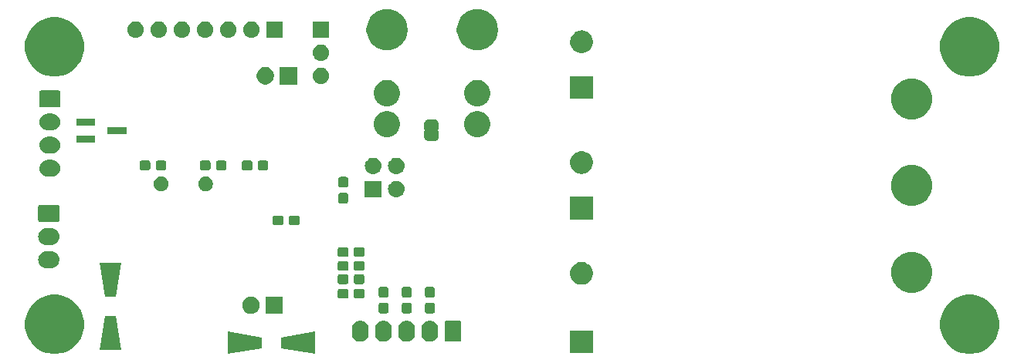
<source format=gbr>
G04 #@! TF.GenerationSoftware,KiCad,Pcbnew,5.0.2-bee76a0~70~ubuntu18.04.1*
G04 #@! TF.CreationDate,2019-01-26T12:58:11+01:00*
G04 #@! TF.ProjectId,MotorDriver,4d6f746f-7244-4726-9976-65722e6b6963,rev?*
G04 #@! TF.SameCoordinates,Original*
G04 #@! TF.FileFunction,Soldermask,Bot*
G04 #@! TF.FilePolarity,Negative*
%FSLAX46Y46*%
G04 Gerber Fmt 4.6, Leading zero omitted, Abs format (unit mm)*
G04 Created by KiCad (PCBNEW 5.0.2-bee76a0~70~ubuntu18.04.1) date So 26. ledna 2019, 12:58:11 CET*
%MOMM*%
%LPD*%
G01*
G04 APERTURE LIST*
%ADD10C,0.100000*%
G04 APERTURE END LIST*
D10*
G36*
X203072239Y-106285467D02*
X203386282Y-106347934D01*
X203977926Y-106593001D01*
X204246225Y-106772273D01*
X204510395Y-106948786D01*
X204963214Y-107401605D01*
X204963216Y-107401608D01*
X205318999Y-107934074D01*
X205564066Y-108525718D01*
X205564066Y-108525719D01*
X205689000Y-109153803D01*
X205689000Y-109794197D01*
X205682782Y-109825455D01*
X205564066Y-110422282D01*
X205318999Y-111013926D01*
X205066741Y-111391456D01*
X204963214Y-111546395D01*
X204510395Y-111999214D01*
X204510392Y-111999216D01*
X203977926Y-112354999D01*
X203386282Y-112600066D01*
X203072239Y-112662533D01*
X202758197Y-112725000D01*
X202117803Y-112725000D01*
X201803761Y-112662533D01*
X201489718Y-112600066D01*
X200898074Y-112354999D01*
X200365608Y-111999216D01*
X200365605Y-111999214D01*
X199912786Y-111546395D01*
X199809259Y-111391456D01*
X199557001Y-111013926D01*
X199311934Y-110422282D01*
X199193218Y-109825455D01*
X199187000Y-109794197D01*
X199187000Y-109153803D01*
X199311934Y-108525719D01*
X199311934Y-108525718D01*
X199557001Y-107934074D01*
X199912784Y-107401608D01*
X199912786Y-107401605D01*
X200365605Y-106948786D01*
X200629775Y-106772273D01*
X200898074Y-106593001D01*
X201489718Y-106347934D01*
X201803761Y-106285467D01*
X202117803Y-106223000D01*
X202758197Y-106223000D01*
X203072239Y-106285467D01*
X203072239Y-106285467D01*
G37*
G36*
X102742239Y-106285467D02*
X103056282Y-106347934D01*
X103647926Y-106593001D01*
X103916225Y-106772273D01*
X104180395Y-106948786D01*
X104633214Y-107401605D01*
X104633216Y-107401608D01*
X104988999Y-107934074D01*
X105234066Y-108525718D01*
X105234066Y-108525719D01*
X105359000Y-109153803D01*
X105359000Y-109794197D01*
X105352782Y-109825455D01*
X105234066Y-110422282D01*
X104988999Y-111013926D01*
X104736741Y-111391456D01*
X104633214Y-111546395D01*
X104180395Y-111999214D01*
X104180392Y-111999216D01*
X103647926Y-112354999D01*
X103056282Y-112600066D01*
X102742239Y-112662533D01*
X102428197Y-112725000D01*
X101787803Y-112725000D01*
X101473761Y-112662533D01*
X101159718Y-112600066D01*
X100568074Y-112354999D01*
X100035608Y-111999216D01*
X100035605Y-111999214D01*
X99582786Y-111546395D01*
X99479259Y-111391456D01*
X99227001Y-111013926D01*
X98981934Y-110422282D01*
X98863218Y-109825455D01*
X98857000Y-109794197D01*
X98857000Y-109153803D01*
X98981934Y-108525719D01*
X98981934Y-108525718D01*
X99227001Y-107934074D01*
X99582784Y-107401608D01*
X99582786Y-107401605D01*
X100035605Y-106948786D01*
X100299775Y-106772273D01*
X100568074Y-106593001D01*
X101159718Y-106347934D01*
X101473761Y-106285467D01*
X101787803Y-106223000D01*
X102428197Y-106223000D01*
X102742239Y-106285467D01*
X102742239Y-106285467D01*
G37*
G36*
X130650500Y-112716204D02*
X126948500Y-112099204D01*
X126948500Y-110912796D01*
X130650500Y-110295796D01*
X130650500Y-112716204D01*
X130650500Y-112716204D01*
G37*
G36*
X124850500Y-110912796D02*
X124850500Y-112099204D01*
X121148500Y-112716204D01*
X121148500Y-110295796D01*
X124850500Y-110912796D01*
X124850500Y-110912796D01*
G37*
G36*
X161144000Y-112630000D02*
X158642000Y-112630000D01*
X158642000Y-110128000D01*
X161144000Y-110128000D01*
X161144000Y-112630000D01*
X161144000Y-112630000D01*
G37*
G36*
X109465004Y-112243800D02*
X107044596Y-112243800D01*
X107661596Y-108541800D01*
X108848004Y-108541800D01*
X109465004Y-112243800D01*
X109465004Y-112243800D01*
G37*
G36*
X140896548Y-109098326D02*
X141012287Y-109133435D01*
X141070158Y-109150990D01*
X141093315Y-109163368D01*
X141230156Y-109236511D01*
X141370396Y-109351604D01*
X141485489Y-109491844D01*
X141571010Y-109651843D01*
X141623674Y-109825452D01*
X141637000Y-109960757D01*
X141637000Y-110511244D01*
X141623674Y-110646548D01*
X141588565Y-110762287D01*
X141571010Y-110820158D01*
X141525298Y-110905679D01*
X141485489Y-110980156D01*
X141370396Y-111120396D01*
X141230155Y-111235489D01*
X141128514Y-111289817D01*
X141070157Y-111321010D01*
X141023550Y-111335148D01*
X140896547Y-111373674D01*
X140716000Y-111391456D01*
X140535452Y-111373674D01*
X140408449Y-111335148D01*
X140361842Y-111321010D01*
X140220686Y-111245560D01*
X140201844Y-111235489D01*
X140061604Y-111120396D01*
X139946511Y-110980155D01*
X139860991Y-110820158D01*
X139860990Y-110820157D01*
X139843435Y-110762286D01*
X139808326Y-110646547D01*
X139795000Y-110511243D01*
X139795000Y-109960756D01*
X139808326Y-109825452D01*
X139860990Y-109651843D01*
X139860990Y-109651842D01*
X139946513Y-109491843D01*
X140061605Y-109351604D01*
X140201844Y-109236512D01*
X140201843Y-109236512D01*
X140201845Y-109236511D01*
X140338686Y-109163368D01*
X140361843Y-109150990D01*
X140419714Y-109133435D01*
X140535453Y-109098326D01*
X140716000Y-109080544D01*
X140896548Y-109098326D01*
X140896548Y-109098326D01*
G37*
G36*
X143436548Y-109098326D02*
X143552287Y-109133435D01*
X143610158Y-109150990D01*
X143633315Y-109163368D01*
X143770156Y-109236511D01*
X143910396Y-109351604D01*
X144025489Y-109491844D01*
X144111010Y-109651843D01*
X144163674Y-109825452D01*
X144177000Y-109960757D01*
X144177000Y-110511244D01*
X144163674Y-110646548D01*
X144128565Y-110762287D01*
X144111010Y-110820158D01*
X144065298Y-110905679D01*
X144025489Y-110980156D01*
X143910396Y-111120396D01*
X143770155Y-111235489D01*
X143668514Y-111289817D01*
X143610157Y-111321010D01*
X143563550Y-111335148D01*
X143436547Y-111373674D01*
X143256000Y-111391456D01*
X143075452Y-111373674D01*
X142948449Y-111335148D01*
X142901842Y-111321010D01*
X142760686Y-111245560D01*
X142741844Y-111235489D01*
X142601604Y-111120396D01*
X142486511Y-110980155D01*
X142400991Y-110820158D01*
X142400990Y-110820157D01*
X142383435Y-110762286D01*
X142348326Y-110646547D01*
X142335000Y-110511243D01*
X142335000Y-109960756D01*
X142348326Y-109825452D01*
X142400990Y-109651843D01*
X142400990Y-109651842D01*
X142486513Y-109491843D01*
X142601605Y-109351604D01*
X142741844Y-109236512D01*
X142741843Y-109236512D01*
X142741845Y-109236511D01*
X142878686Y-109163368D01*
X142901843Y-109150990D01*
X142959714Y-109133435D01*
X143075453Y-109098326D01*
X143256000Y-109080544D01*
X143436548Y-109098326D01*
X143436548Y-109098326D01*
G37*
G36*
X138356548Y-109098326D02*
X138472287Y-109133435D01*
X138530158Y-109150990D01*
X138553315Y-109163368D01*
X138690156Y-109236511D01*
X138830396Y-109351604D01*
X138945489Y-109491844D01*
X139031010Y-109651843D01*
X139083674Y-109825452D01*
X139097000Y-109960757D01*
X139097000Y-110511244D01*
X139083674Y-110646548D01*
X139048565Y-110762287D01*
X139031010Y-110820158D01*
X138985298Y-110905679D01*
X138945489Y-110980156D01*
X138830396Y-111120396D01*
X138690155Y-111235489D01*
X138588514Y-111289817D01*
X138530157Y-111321010D01*
X138483550Y-111335148D01*
X138356547Y-111373674D01*
X138176000Y-111391456D01*
X137995452Y-111373674D01*
X137868449Y-111335148D01*
X137821842Y-111321010D01*
X137680686Y-111245560D01*
X137661844Y-111235489D01*
X137521604Y-111120396D01*
X137406511Y-110980155D01*
X137320991Y-110820158D01*
X137320990Y-110820157D01*
X137303435Y-110762286D01*
X137268326Y-110646547D01*
X137255000Y-110511243D01*
X137255000Y-109960756D01*
X137268326Y-109825452D01*
X137320990Y-109651843D01*
X137320990Y-109651842D01*
X137406513Y-109491843D01*
X137521605Y-109351604D01*
X137661844Y-109236512D01*
X137661843Y-109236512D01*
X137661845Y-109236511D01*
X137798686Y-109163368D01*
X137821843Y-109150990D01*
X137879714Y-109133435D01*
X137995453Y-109098326D01*
X138176000Y-109080544D01*
X138356548Y-109098326D01*
X138356548Y-109098326D01*
G37*
G36*
X135816548Y-109098326D02*
X135932287Y-109133435D01*
X135990158Y-109150990D01*
X136013315Y-109163368D01*
X136150156Y-109236511D01*
X136290396Y-109351604D01*
X136405489Y-109491844D01*
X136491010Y-109651843D01*
X136543674Y-109825452D01*
X136557000Y-109960757D01*
X136557000Y-110511244D01*
X136543674Y-110646548D01*
X136508565Y-110762287D01*
X136491010Y-110820158D01*
X136445298Y-110905679D01*
X136405489Y-110980156D01*
X136290396Y-111120396D01*
X136150155Y-111235489D01*
X136048514Y-111289817D01*
X135990157Y-111321010D01*
X135943550Y-111335148D01*
X135816547Y-111373674D01*
X135636000Y-111391456D01*
X135455452Y-111373674D01*
X135328449Y-111335148D01*
X135281842Y-111321010D01*
X135140686Y-111245560D01*
X135121844Y-111235489D01*
X134981604Y-111120396D01*
X134866511Y-110980155D01*
X134780991Y-110820158D01*
X134780990Y-110820157D01*
X134763435Y-110762286D01*
X134728326Y-110646547D01*
X134715000Y-110511243D01*
X134715000Y-109960756D01*
X134728326Y-109825452D01*
X134780990Y-109651843D01*
X134780990Y-109651842D01*
X134866513Y-109491843D01*
X134981605Y-109351604D01*
X135121844Y-109236512D01*
X135121843Y-109236512D01*
X135121845Y-109236511D01*
X135258686Y-109163368D01*
X135281843Y-109150990D01*
X135339714Y-109133435D01*
X135455453Y-109098326D01*
X135636000Y-109080544D01*
X135816548Y-109098326D01*
X135816548Y-109098326D01*
G37*
G36*
X146575560Y-109088966D02*
X146608383Y-109098923D01*
X146638632Y-109115092D01*
X146665148Y-109136852D01*
X146686908Y-109163368D01*
X146703077Y-109193617D01*
X146713034Y-109226440D01*
X146717000Y-109266712D01*
X146717000Y-111205288D01*
X146713034Y-111245560D01*
X146703077Y-111278383D01*
X146686908Y-111308632D01*
X146665148Y-111335148D01*
X146638632Y-111356908D01*
X146608383Y-111373077D01*
X146575560Y-111383034D01*
X146535288Y-111387000D01*
X145056712Y-111387000D01*
X145016440Y-111383034D01*
X144983617Y-111373077D01*
X144953368Y-111356908D01*
X144926852Y-111335148D01*
X144905092Y-111308632D01*
X144888923Y-111278383D01*
X144878966Y-111245560D01*
X144875000Y-111205288D01*
X144875000Y-109266712D01*
X144878966Y-109226440D01*
X144888923Y-109193617D01*
X144905092Y-109163368D01*
X144926852Y-109136852D01*
X144953368Y-109115092D01*
X144983617Y-109098923D01*
X145016440Y-109088966D01*
X145056712Y-109085000D01*
X146535288Y-109085000D01*
X146575560Y-109088966D01*
X146575560Y-109088966D01*
G37*
G36*
X123911896Y-106464046D02*
X124084966Y-106535734D01*
X124240730Y-106639812D01*
X124373188Y-106772270D01*
X124477266Y-106928034D01*
X124548954Y-107101104D01*
X124585500Y-107284833D01*
X124585500Y-107472167D01*
X124548954Y-107655896D01*
X124477266Y-107828966D01*
X124373188Y-107984730D01*
X124240730Y-108117188D01*
X124084966Y-108221266D01*
X123911896Y-108292954D01*
X123728167Y-108329500D01*
X123540833Y-108329500D01*
X123357104Y-108292954D01*
X123184034Y-108221266D01*
X123028270Y-108117188D01*
X122895812Y-107984730D01*
X122791734Y-107828966D01*
X122720046Y-107655896D01*
X122683500Y-107472167D01*
X122683500Y-107284833D01*
X122720046Y-107101104D01*
X122791734Y-106928034D01*
X122895812Y-106772270D01*
X123028270Y-106639812D01*
X123184034Y-106535734D01*
X123357104Y-106464046D01*
X123540833Y-106427500D01*
X123728167Y-106427500D01*
X123911896Y-106464046D01*
X123911896Y-106464046D01*
G37*
G36*
X127125500Y-108329500D02*
X125223500Y-108329500D01*
X125223500Y-106427500D01*
X127125500Y-106427500D01*
X127125500Y-108329500D01*
X127125500Y-108329500D01*
G37*
G36*
X138540499Y-107124445D02*
X138577993Y-107135819D01*
X138612557Y-107154294D01*
X138642847Y-107179153D01*
X138667706Y-107209443D01*
X138686181Y-107244007D01*
X138697555Y-107281501D01*
X138702000Y-107326638D01*
X138702000Y-108065362D01*
X138697555Y-108110499D01*
X138686181Y-108147993D01*
X138667706Y-108182557D01*
X138642847Y-108212847D01*
X138612557Y-108237706D01*
X138577993Y-108256181D01*
X138540499Y-108267555D01*
X138495362Y-108272000D01*
X137856638Y-108272000D01*
X137811501Y-108267555D01*
X137774007Y-108256181D01*
X137739443Y-108237706D01*
X137709153Y-108212847D01*
X137684294Y-108182557D01*
X137665819Y-108147993D01*
X137654445Y-108110499D01*
X137650000Y-108065362D01*
X137650000Y-107326638D01*
X137654445Y-107281501D01*
X137665819Y-107244007D01*
X137684294Y-107209443D01*
X137709153Y-107179153D01*
X137739443Y-107154294D01*
X137774007Y-107135819D01*
X137811501Y-107124445D01*
X137856638Y-107120000D01*
X138495362Y-107120000D01*
X138540499Y-107124445D01*
X138540499Y-107124445D01*
G37*
G36*
X141080499Y-107124445D02*
X141117993Y-107135819D01*
X141152557Y-107154294D01*
X141182847Y-107179153D01*
X141207706Y-107209443D01*
X141226181Y-107244007D01*
X141237555Y-107281501D01*
X141242000Y-107326638D01*
X141242000Y-108065362D01*
X141237555Y-108110499D01*
X141226181Y-108147993D01*
X141207706Y-108182557D01*
X141182847Y-108212847D01*
X141152557Y-108237706D01*
X141117993Y-108256181D01*
X141080499Y-108267555D01*
X141035362Y-108272000D01*
X140396638Y-108272000D01*
X140351501Y-108267555D01*
X140314007Y-108256181D01*
X140279443Y-108237706D01*
X140249153Y-108212847D01*
X140224294Y-108182557D01*
X140205819Y-108147993D01*
X140194445Y-108110499D01*
X140190000Y-108065362D01*
X140190000Y-107326638D01*
X140194445Y-107281501D01*
X140205819Y-107244007D01*
X140224294Y-107209443D01*
X140249153Y-107179153D01*
X140279443Y-107154294D01*
X140314007Y-107135819D01*
X140351501Y-107124445D01*
X140396638Y-107120000D01*
X141035362Y-107120000D01*
X141080499Y-107124445D01*
X141080499Y-107124445D01*
G37*
G36*
X143620499Y-107124445D02*
X143657993Y-107135819D01*
X143692557Y-107154294D01*
X143722847Y-107179153D01*
X143747706Y-107209443D01*
X143766181Y-107244007D01*
X143777555Y-107281501D01*
X143782000Y-107326638D01*
X143782000Y-108065362D01*
X143777555Y-108110499D01*
X143766181Y-108147993D01*
X143747706Y-108182557D01*
X143722847Y-108212847D01*
X143692557Y-108237706D01*
X143657993Y-108256181D01*
X143620499Y-108267555D01*
X143575362Y-108272000D01*
X142936638Y-108272000D01*
X142891501Y-108267555D01*
X142854007Y-108256181D01*
X142819443Y-108237706D01*
X142789153Y-108212847D01*
X142764294Y-108182557D01*
X142745819Y-108147993D01*
X142734445Y-108110499D01*
X142730000Y-108065362D01*
X142730000Y-107326638D01*
X142734445Y-107281501D01*
X142745819Y-107244007D01*
X142764294Y-107209443D01*
X142789153Y-107179153D01*
X142819443Y-107154294D01*
X142854007Y-107135819D01*
X142891501Y-107124445D01*
X142936638Y-107120000D01*
X143575362Y-107120000D01*
X143620499Y-107124445D01*
X143620499Y-107124445D01*
G37*
G36*
X134159499Y-105586945D02*
X134196993Y-105598319D01*
X134231557Y-105616794D01*
X134261847Y-105641653D01*
X134286706Y-105671943D01*
X134305181Y-105706507D01*
X134316555Y-105744001D01*
X134321000Y-105789138D01*
X134321000Y-106427862D01*
X134316555Y-106472999D01*
X134305181Y-106510493D01*
X134286706Y-106545057D01*
X134261847Y-106575347D01*
X134231557Y-106600206D01*
X134196993Y-106618681D01*
X134159499Y-106630055D01*
X134114362Y-106634500D01*
X133375638Y-106634500D01*
X133330501Y-106630055D01*
X133293007Y-106618681D01*
X133258443Y-106600206D01*
X133228153Y-106575347D01*
X133203294Y-106545057D01*
X133184819Y-106510493D01*
X133173445Y-106472999D01*
X133169000Y-106427862D01*
X133169000Y-105789138D01*
X133173445Y-105744001D01*
X133184819Y-105706507D01*
X133203294Y-105671943D01*
X133228153Y-105641653D01*
X133258443Y-105616794D01*
X133293007Y-105598319D01*
X133330501Y-105586945D01*
X133375638Y-105582500D01*
X134114362Y-105582500D01*
X134159499Y-105586945D01*
X134159499Y-105586945D01*
G37*
G36*
X135909499Y-105586945D02*
X135946993Y-105598319D01*
X135981557Y-105616794D01*
X136011847Y-105641653D01*
X136036706Y-105671943D01*
X136055181Y-105706507D01*
X136066555Y-105744001D01*
X136071000Y-105789138D01*
X136071000Y-106427862D01*
X136066555Y-106472999D01*
X136055181Y-106510493D01*
X136036706Y-106545057D01*
X136011847Y-106575347D01*
X135981557Y-106600206D01*
X135946993Y-106618681D01*
X135909499Y-106630055D01*
X135864362Y-106634500D01*
X135125638Y-106634500D01*
X135080501Y-106630055D01*
X135043007Y-106618681D01*
X135008443Y-106600206D01*
X134978153Y-106575347D01*
X134953294Y-106545057D01*
X134934819Y-106510493D01*
X134923445Y-106472999D01*
X134919000Y-106427862D01*
X134919000Y-105789138D01*
X134923445Y-105744001D01*
X134934819Y-105706507D01*
X134953294Y-105671943D01*
X134978153Y-105641653D01*
X135008443Y-105616794D01*
X135043007Y-105598319D01*
X135080501Y-105586945D01*
X135125638Y-105582500D01*
X135864362Y-105582500D01*
X135909499Y-105586945D01*
X135909499Y-105586945D01*
G37*
G36*
X138540499Y-105374445D02*
X138577993Y-105385819D01*
X138612557Y-105404294D01*
X138642847Y-105429153D01*
X138667706Y-105459443D01*
X138686181Y-105494007D01*
X138697555Y-105531501D01*
X138702000Y-105576638D01*
X138702000Y-106315362D01*
X138697555Y-106360499D01*
X138686181Y-106397993D01*
X138667706Y-106432557D01*
X138642847Y-106462847D01*
X138612557Y-106487706D01*
X138577993Y-106506181D01*
X138540499Y-106517555D01*
X138495362Y-106522000D01*
X137856638Y-106522000D01*
X137811501Y-106517555D01*
X137774007Y-106506181D01*
X137739443Y-106487706D01*
X137709153Y-106462847D01*
X137684294Y-106432557D01*
X137665819Y-106397993D01*
X137654445Y-106360499D01*
X137650000Y-106315362D01*
X137650000Y-105576638D01*
X137654445Y-105531501D01*
X137665819Y-105494007D01*
X137684294Y-105459443D01*
X137709153Y-105429153D01*
X137739443Y-105404294D01*
X137774007Y-105385819D01*
X137811501Y-105374445D01*
X137856638Y-105370000D01*
X138495362Y-105370000D01*
X138540499Y-105374445D01*
X138540499Y-105374445D01*
G37*
G36*
X143620499Y-105374445D02*
X143657993Y-105385819D01*
X143692557Y-105404294D01*
X143722847Y-105429153D01*
X143747706Y-105459443D01*
X143766181Y-105494007D01*
X143777555Y-105531501D01*
X143782000Y-105576638D01*
X143782000Y-106315362D01*
X143777555Y-106360499D01*
X143766181Y-106397993D01*
X143747706Y-106432557D01*
X143722847Y-106462847D01*
X143692557Y-106487706D01*
X143657993Y-106506181D01*
X143620499Y-106517555D01*
X143575362Y-106522000D01*
X142936638Y-106522000D01*
X142891501Y-106517555D01*
X142854007Y-106506181D01*
X142819443Y-106487706D01*
X142789153Y-106462847D01*
X142764294Y-106432557D01*
X142745819Y-106397993D01*
X142734445Y-106360499D01*
X142730000Y-106315362D01*
X142730000Y-105576638D01*
X142734445Y-105531501D01*
X142745819Y-105494007D01*
X142764294Y-105459443D01*
X142789153Y-105429153D01*
X142819443Y-105404294D01*
X142854007Y-105385819D01*
X142891501Y-105374445D01*
X142936638Y-105370000D01*
X143575362Y-105370000D01*
X143620499Y-105374445D01*
X143620499Y-105374445D01*
G37*
G36*
X141080499Y-105374445D02*
X141117993Y-105385819D01*
X141152557Y-105404294D01*
X141182847Y-105429153D01*
X141207706Y-105459443D01*
X141226181Y-105494007D01*
X141237555Y-105531501D01*
X141242000Y-105576638D01*
X141242000Y-106315362D01*
X141237555Y-106360499D01*
X141226181Y-106397993D01*
X141207706Y-106432557D01*
X141182847Y-106462847D01*
X141152557Y-106487706D01*
X141117993Y-106506181D01*
X141080499Y-106517555D01*
X141035362Y-106522000D01*
X140396638Y-106522000D01*
X140351501Y-106517555D01*
X140314007Y-106506181D01*
X140279443Y-106487706D01*
X140249153Y-106462847D01*
X140224294Y-106432557D01*
X140205819Y-106397993D01*
X140194445Y-106360499D01*
X140190000Y-106315362D01*
X140190000Y-105576638D01*
X140194445Y-105531501D01*
X140205819Y-105494007D01*
X140224294Y-105459443D01*
X140249153Y-105429153D01*
X140279443Y-105404294D01*
X140314007Y-105385819D01*
X140351501Y-105374445D01*
X140396638Y-105370000D01*
X141035362Y-105370000D01*
X141080499Y-105374445D01*
X141080499Y-105374445D01*
G37*
G36*
X108848004Y-106443800D02*
X107661596Y-106443800D01*
X107044596Y-102741800D01*
X109465004Y-102741800D01*
X108848004Y-106443800D01*
X108848004Y-106443800D01*
G37*
G36*
X196396445Y-101525254D02*
X196744593Y-101594504D01*
X197154249Y-101764189D01*
X197522929Y-102010534D01*
X197836466Y-102324071D01*
X198082811Y-102692751D01*
X198252496Y-103102407D01*
X198312414Y-103403639D01*
X198339000Y-103537294D01*
X198339000Y-103980706D01*
X198332174Y-104015020D01*
X198252496Y-104415593D01*
X198082811Y-104825249D01*
X197836466Y-105193929D01*
X197522929Y-105507466D01*
X197154249Y-105753811D01*
X196744593Y-105923496D01*
X196396445Y-105992746D01*
X196309706Y-106010000D01*
X195866294Y-106010000D01*
X195779555Y-105992746D01*
X195431407Y-105923496D01*
X195021751Y-105753811D01*
X194653071Y-105507466D01*
X194339534Y-105193929D01*
X194093189Y-104825249D01*
X193923504Y-104415593D01*
X193843826Y-104015020D01*
X193837000Y-103980706D01*
X193837000Y-103537294D01*
X193863586Y-103403639D01*
X193923504Y-103102407D01*
X194093189Y-102692751D01*
X194339534Y-102324071D01*
X194653071Y-102010534D01*
X195021751Y-101764189D01*
X195431407Y-101594504D01*
X195779555Y-101525254D01*
X195866294Y-101508000D01*
X196309706Y-101508000D01*
X196396445Y-101525254D01*
X196396445Y-101525254D01*
G37*
G36*
X160076636Y-102640019D02*
X160257903Y-102676075D01*
X160485571Y-102770378D01*
X160601584Y-102847896D01*
X160690469Y-102907287D01*
X160864713Y-103081531D01*
X160864715Y-103081534D01*
X161001622Y-103286429D01*
X161095925Y-103514097D01*
X161144000Y-103755787D01*
X161144000Y-104002213D01*
X161095925Y-104243903D01*
X161001622Y-104471571D01*
X160906287Y-104614249D01*
X160864713Y-104676469D01*
X160690469Y-104850713D01*
X160690466Y-104850715D01*
X160485571Y-104987622D01*
X160257903Y-105081925D01*
X160088250Y-105115671D01*
X160016214Y-105130000D01*
X159769786Y-105130000D01*
X159697750Y-105115671D01*
X159528097Y-105081925D01*
X159300429Y-104987622D01*
X159095534Y-104850715D01*
X159095531Y-104850713D01*
X158921287Y-104676469D01*
X158879713Y-104614249D01*
X158784378Y-104471571D01*
X158690075Y-104243903D01*
X158642000Y-104002213D01*
X158642000Y-103755787D01*
X158690075Y-103514097D01*
X158784378Y-103286429D01*
X158921285Y-103081534D01*
X158921287Y-103081531D01*
X159095531Y-102907287D01*
X159184416Y-102847896D01*
X159300429Y-102770378D01*
X159528097Y-102676075D01*
X159709364Y-102640019D01*
X159769786Y-102628000D01*
X160016214Y-102628000D01*
X160076636Y-102640019D01*
X160076636Y-102640019D01*
G37*
G36*
X135909499Y-103999445D02*
X135946993Y-104010819D01*
X135981557Y-104029294D01*
X136011847Y-104054153D01*
X136036706Y-104084443D01*
X136055181Y-104119007D01*
X136066555Y-104156501D01*
X136071000Y-104201638D01*
X136071000Y-104840362D01*
X136066555Y-104885499D01*
X136055181Y-104922993D01*
X136036706Y-104957557D01*
X136011847Y-104987847D01*
X135981557Y-105012706D01*
X135946993Y-105031181D01*
X135909499Y-105042555D01*
X135864362Y-105047000D01*
X135125638Y-105047000D01*
X135080501Y-105042555D01*
X135043007Y-105031181D01*
X135008443Y-105012706D01*
X134978153Y-104987847D01*
X134953294Y-104957557D01*
X134934819Y-104922993D01*
X134923445Y-104885499D01*
X134919000Y-104840362D01*
X134919000Y-104201638D01*
X134923445Y-104156501D01*
X134934819Y-104119007D01*
X134953294Y-104084443D01*
X134978153Y-104054153D01*
X135008443Y-104029294D01*
X135043007Y-104010819D01*
X135080501Y-103999445D01*
X135125638Y-103995000D01*
X135864362Y-103995000D01*
X135909499Y-103999445D01*
X135909499Y-103999445D01*
G37*
G36*
X134159499Y-103999445D02*
X134196993Y-104010819D01*
X134231557Y-104029294D01*
X134261847Y-104054153D01*
X134286706Y-104084443D01*
X134305181Y-104119007D01*
X134316555Y-104156501D01*
X134321000Y-104201638D01*
X134321000Y-104840362D01*
X134316555Y-104885499D01*
X134305181Y-104922993D01*
X134286706Y-104957557D01*
X134261847Y-104987847D01*
X134231557Y-105012706D01*
X134196993Y-105031181D01*
X134159499Y-105042555D01*
X134114362Y-105047000D01*
X133375638Y-105047000D01*
X133330501Y-105042555D01*
X133293007Y-105031181D01*
X133258443Y-105012706D01*
X133228153Y-104987847D01*
X133203294Y-104957557D01*
X133184819Y-104922993D01*
X133173445Y-104885499D01*
X133169000Y-104840362D01*
X133169000Y-104201638D01*
X133173445Y-104156501D01*
X133184819Y-104119007D01*
X133203294Y-104084443D01*
X133228153Y-104054153D01*
X133258443Y-104029294D01*
X133293007Y-104010819D01*
X133330501Y-103999445D01*
X133375638Y-103995000D01*
X134114362Y-103995000D01*
X134159499Y-103999445D01*
X134159499Y-103999445D01*
G37*
G36*
X135909499Y-102538945D02*
X135946993Y-102550319D01*
X135981557Y-102568794D01*
X136011847Y-102593653D01*
X136036706Y-102623943D01*
X136055181Y-102658507D01*
X136066555Y-102696001D01*
X136071000Y-102741138D01*
X136071000Y-103379862D01*
X136066555Y-103424999D01*
X136055181Y-103462493D01*
X136036706Y-103497057D01*
X136011847Y-103527347D01*
X135981557Y-103552206D01*
X135946993Y-103570681D01*
X135909499Y-103582055D01*
X135864362Y-103586500D01*
X135125638Y-103586500D01*
X135080501Y-103582055D01*
X135043007Y-103570681D01*
X135008443Y-103552206D01*
X134978153Y-103527347D01*
X134953294Y-103497057D01*
X134934819Y-103462493D01*
X134923445Y-103424999D01*
X134919000Y-103379862D01*
X134919000Y-102741138D01*
X134923445Y-102696001D01*
X134934819Y-102658507D01*
X134953294Y-102623943D01*
X134978153Y-102593653D01*
X135008443Y-102568794D01*
X135043007Y-102550319D01*
X135080501Y-102538945D01*
X135125638Y-102534500D01*
X135864362Y-102534500D01*
X135909499Y-102538945D01*
X135909499Y-102538945D01*
G37*
G36*
X134159499Y-102538945D02*
X134196993Y-102550319D01*
X134231557Y-102568794D01*
X134261847Y-102593653D01*
X134286706Y-102623943D01*
X134305181Y-102658507D01*
X134316555Y-102696001D01*
X134321000Y-102741138D01*
X134321000Y-103379862D01*
X134316555Y-103424999D01*
X134305181Y-103462493D01*
X134286706Y-103497057D01*
X134261847Y-103527347D01*
X134231557Y-103552206D01*
X134196993Y-103570681D01*
X134159499Y-103582055D01*
X134114362Y-103586500D01*
X133375638Y-103586500D01*
X133330501Y-103582055D01*
X133293007Y-103570681D01*
X133258443Y-103552206D01*
X133228153Y-103527347D01*
X133203294Y-103497057D01*
X133184819Y-103462493D01*
X133173445Y-103424999D01*
X133169000Y-103379862D01*
X133169000Y-102741138D01*
X133173445Y-102696001D01*
X133184819Y-102658507D01*
X133203294Y-102623943D01*
X133228153Y-102593653D01*
X133258443Y-102568794D01*
X133293007Y-102550319D01*
X133330501Y-102538945D01*
X133375638Y-102534500D01*
X134114362Y-102534500D01*
X134159499Y-102538945D01*
X134159499Y-102538945D01*
G37*
G36*
X101793345Y-101445442D02*
X101883548Y-101454326D01*
X101999287Y-101489435D01*
X102057158Y-101506990D01*
X102142679Y-101552702D01*
X102217156Y-101592511D01*
X102357396Y-101707604D01*
X102472489Y-101847844D01*
X102500445Y-101900146D01*
X102558010Y-102007842D01*
X102573057Y-102057447D01*
X102610674Y-102181452D01*
X102628456Y-102362000D01*
X102610674Y-102542548D01*
X102607570Y-102552779D01*
X102558010Y-102716158D01*
X102529028Y-102770379D01*
X102472489Y-102876156D01*
X102357396Y-103016396D01*
X102217156Y-103131489D01*
X102142679Y-103171298D01*
X102057158Y-103217010D01*
X101999287Y-103234565D01*
X101883548Y-103269674D01*
X101793345Y-103278558D01*
X101748245Y-103283000D01*
X101197755Y-103283000D01*
X101152655Y-103278558D01*
X101062452Y-103269674D01*
X100946713Y-103234565D01*
X100888842Y-103217010D01*
X100803321Y-103171298D01*
X100728844Y-103131489D01*
X100588604Y-103016396D01*
X100473511Y-102876156D01*
X100416972Y-102770379D01*
X100387990Y-102716158D01*
X100338430Y-102552779D01*
X100335326Y-102542548D01*
X100317544Y-102362000D01*
X100335326Y-102181452D01*
X100372943Y-102057447D01*
X100387990Y-102007842D01*
X100445555Y-101900146D01*
X100473511Y-101847844D01*
X100588604Y-101707604D01*
X100728844Y-101592511D01*
X100803321Y-101552702D01*
X100888842Y-101506990D01*
X100946713Y-101489435D01*
X101062452Y-101454326D01*
X101152655Y-101445442D01*
X101197755Y-101441000D01*
X101748245Y-101441000D01*
X101793345Y-101445442D01*
X101793345Y-101445442D01*
G37*
G36*
X135909499Y-101014945D02*
X135946993Y-101026319D01*
X135981557Y-101044794D01*
X136011847Y-101069653D01*
X136036706Y-101099943D01*
X136055181Y-101134507D01*
X136066555Y-101172001D01*
X136071000Y-101217138D01*
X136071000Y-101855862D01*
X136066555Y-101900999D01*
X136055181Y-101938493D01*
X136036706Y-101973057D01*
X136011847Y-102003347D01*
X135981557Y-102028206D01*
X135946993Y-102046681D01*
X135909499Y-102058055D01*
X135864362Y-102062500D01*
X135125638Y-102062500D01*
X135080501Y-102058055D01*
X135043007Y-102046681D01*
X135008443Y-102028206D01*
X134978153Y-102003347D01*
X134953294Y-101973057D01*
X134934819Y-101938493D01*
X134923445Y-101900999D01*
X134919000Y-101855862D01*
X134919000Y-101217138D01*
X134923445Y-101172001D01*
X134934819Y-101134507D01*
X134953294Y-101099943D01*
X134978153Y-101069653D01*
X135008443Y-101044794D01*
X135043007Y-101026319D01*
X135080501Y-101014945D01*
X135125638Y-101010500D01*
X135864362Y-101010500D01*
X135909499Y-101014945D01*
X135909499Y-101014945D01*
G37*
G36*
X134159499Y-101014945D02*
X134196993Y-101026319D01*
X134231557Y-101044794D01*
X134261847Y-101069653D01*
X134286706Y-101099943D01*
X134305181Y-101134507D01*
X134316555Y-101172001D01*
X134321000Y-101217138D01*
X134321000Y-101855862D01*
X134316555Y-101900999D01*
X134305181Y-101938493D01*
X134286706Y-101973057D01*
X134261847Y-102003347D01*
X134231557Y-102028206D01*
X134196993Y-102046681D01*
X134159499Y-102058055D01*
X134114362Y-102062500D01*
X133375638Y-102062500D01*
X133330501Y-102058055D01*
X133293007Y-102046681D01*
X133258443Y-102028206D01*
X133228153Y-102003347D01*
X133203294Y-101973057D01*
X133184819Y-101938493D01*
X133173445Y-101900999D01*
X133169000Y-101855862D01*
X133169000Y-101217138D01*
X133173445Y-101172001D01*
X133184819Y-101134507D01*
X133203294Y-101099943D01*
X133228153Y-101069653D01*
X133258443Y-101044794D01*
X133293007Y-101026319D01*
X133330501Y-101014945D01*
X133375638Y-101010500D01*
X134114362Y-101010500D01*
X134159499Y-101014945D01*
X134159499Y-101014945D01*
G37*
G36*
X101793345Y-98905442D02*
X101883548Y-98914326D01*
X101999287Y-98949435D01*
X102057158Y-98966990D01*
X102142679Y-99012702D01*
X102217156Y-99052511D01*
X102217158Y-99052512D01*
X102217157Y-99052512D01*
X102357396Y-99167604D01*
X102472488Y-99307843D01*
X102558010Y-99467842D01*
X102558010Y-99467843D01*
X102610674Y-99641452D01*
X102628456Y-99822000D01*
X102610674Y-100002548D01*
X102575565Y-100118287D01*
X102558010Y-100176158D01*
X102512298Y-100261679D01*
X102472489Y-100336156D01*
X102357396Y-100476396D01*
X102217156Y-100591489D01*
X102142679Y-100631298D01*
X102057158Y-100677010D01*
X101999287Y-100694565D01*
X101883548Y-100729674D01*
X101793345Y-100738558D01*
X101748245Y-100743000D01*
X101197755Y-100743000D01*
X101152655Y-100738558D01*
X101062452Y-100729674D01*
X100946713Y-100694565D01*
X100888842Y-100677010D01*
X100803321Y-100631298D01*
X100728844Y-100591489D01*
X100588604Y-100476396D01*
X100473511Y-100336156D01*
X100433702Y-100261679D01*
X100387990Y-100176158D01*
X100370435Y-100118287D01*
X100335326Y-100002548D01*
X100317544Y-99822000D01*
X100335326Y-99641452D01*
X100387990Y-99467843D01*
X100387990Y-99467842D01*
X100473512Y-99307843D01*
X100588604Y-99167604D01*
X100728843Y-99052512D01*
X100728842Y-99052512D01*
X100728844Y-99052511D01*
X100803321Y-99012702D01*
X100888842Y-98966990D01*
X100946713Y-98949435D01*
X101062452Y-98914326D01*
X101152655Y-98905442D01*
X101197755Y-98901000D01*
X101748245Y-98901000D01*
X101793345Y-98905442D01*
X101793345Y-98905442D01*
G37*
G36*
X128797499Y-97522445D02*
X128834993Y-97533819D01*
X128869557Y-97552294D01*
X128899847Y-97577153D01*
X128924706Y-97607443D01*
X128943181Y-97642007D01*
X128954555Y-97679501D01*
X128959000Y-97724638D01*
X128959000Y-98363362D01*
X128954555Y-98408499D01*
X128943181Y-98445993D01*
X128924706Y-98480557D01*
X128899847Y-98510847D01*
X128869557Y-98535706D01*
X128834993Y-98554181D01*
X128797499Y-98565555D01*
X128752362Y-98570000D01*
X128013638Y-98570000D01*
X127968501Y-98565555D01*
X127931007Y-98554181D01*
X127896443Y-98535706D01*
X127866153Y-98510847D01*
X127841294Y-98480557D01*
X127822819Y-98445993D01*
X127811445Y-98408499D01*
X127807000Y-98363362D01*
X127807000Y-97724638D01*
X127811445Y-97679501D01*
X127822819Y-97642007D01*
X127841294Y-97607443D01*
X127866153Y-97577153D01*
X127896443Y-97552294D01*
X127931007Y-97533819D01*
X127968501Y-97522445D01*
X128013638Y-97518000D01*
X128752362Y-97518000D01*
X128797499Y-97522445D01*
X128797499Y-97522445D01*
G37*
G36*
X127047499Y-97522445D02*
X127084993Y-97533819D01*
X127119557Y-97552294D01*
X127149847Y-97577153D01*
X127174706Y-97607443D01*
X127193181Y-97642007D01*
X127204555Y-97679501D01*
X127209000Y-97724638D01*
X127209000Y-98363362D01*
X127204555Y-98408499D01*
X127193181Y-98445993D01*
X127174706Y-98480557D01*
X127149847Y-98510847D01*
X127119557Y-98535706D01*
X127084993Y-98554181D01*
X127047499Y-98565555D01*
X127002362Y-98570000D01*
X126263638Y-98570000D01*
X126218501Y-98565555D01*
X126181007Y-98554181D01*
X126146443Y-98535706D01*
X126116153Y-98510847D01*
X126091294Y-98480557D01*
X126072819Y-98445993D01*
X126061445Y-98408499D01*
X126057000Y-98363362D01*
X126057000Y-97724638D01*
X126061445Y-97679501D01*
X126072819Y-97642007D01*
X126091294Y-97607443D01*
X126116153Y-97577153D01*
X126146443Y-97552294D01*
X126181007Y-97533819D01*
X126218501Y-97522445D01*
X126263638Y-97518000D01*
X127002362Y-97518000D01*
X127047499Y-97522445D01*
X127047499Y-97522445D01*
G37*
G36*
X102482560Y-96364966D02*
X102515383Y-96374923D01*
X102545632Y-96391092D01*
X102572148Y-96412852D01*
X102593908Y-96439368D01*
X102610077Y-96469617D01*
X102620034Y-96502440D01*
X102624000Y-96542712D01*
X102624000Y-98021288D01*
X102620034Y-98061560D01*
X102610077Y-98094383D01*
X102593908Y-98124632D01*
X102572148Y-98151148D01*
X102545632Y-98172908D01*
X102515383Y-98189077D01*
X102482560Y-98199034D01*
X102442288Y-98203000D01*
X100503712Y-98203000D01*
X100463440Y-98199034D01*
X100430617Y-98189077D01*
X100400368Y-98172908D01*
X100373852Y-98151148D01*
X100352092Y-98124632D01*
X100335923Y-98094383D01*
X100325966Y-98061560D01*
X100322000Y-98021288D01*
X100322000Y-96542712D01*
X100325966Y-96502440D01*
X100335923Y-96469617D01*
X100352092Y-96439368D01*
X100373852Y-96412852D01*
X100400368Y-96391092D01*
X100430617Y-96374923D01*
X100463440Y-96364966D01*
X100503712Y-96361000D01*
X102442288Y-96361000D01*
X102482560Y-96364966D01*
X102482560Y-96364966D01*
G37*
G36*
X161144000Y-97945000D02*
X158642000Y-97945000D01*
X158642000Y-95443000D01*
X161144000Y-95443000D01*
X161144000Y-97945000D01*
X161144000Y-97945000D01*
G37*
G36*
X196396445Y-92000254D02*
X196744593Y-92069504D01*
X197154249Y-92239189D01*
X197522929Y-92485534D01*
X197836466Y-92799071D01*
X198082811Y-93167751D01*
X198252496Y-93577407D01*
X198312414Y-93878639D01*
X198339000Y-94012294D01*
X198339000Y-94455706D01*
X198321746Y-94542445D01*
X198252496Y-94890593D01*
X198082811Y-95300249D01*
X197836466Y-95668929D01*
X197522929Y-95982466D01*
X197154249Y-96228811D01*
X196744593Y-96398496D01*
X196396445Y-96467746D01*
X196309706Y-96485000D01*
X195866294Y-96485000D01*
X195779555Y-96467746D01*
X195431407Y-96398496D01*
X195021751Y-96228811D01*
X194653071Y-95982466D01*
X194339534Y-95668929D01*
X194093189Y-95300249D01*
X193923504Y-94890593D01*
X193854254Y-94542445D01*
X193837000Y-94455706D01*
X193837000Y-94012294D01*
X193863586Y-93878639D01*
X193923504Y-93577407D01*
X194093189Y-93167751D01*
X194339534Y-92799071D01*
X194653071Y-92485534D01*
X195021751Y-92239189D01*
X195431407Y-92069504D01*
X195779555Y-92000254D01*
X195866294Y-91983000D01*
X196309706Y-91983000D01*
X196396445Y-92000254D01*
X196396445Y-92000254D01*
G37*
G36*
X134120899Y-95031445D02*
X134158393Y-95042819D01*
X134192957Y-95061294D01*
X134223247Y-95086153D01*
X134248106Y-95116443D01*
X134266581Y-95151007D01*
X134277955Y-95188501D01*
X134282400Y-95233638D01*
X134282400Y-95972362D01*
X134277955Y-96017499D01*
X134266581Y-96054993D01*
X134248106Y-96089557D01*
X134223247Y-96119847D01*
X134192957Y-96144706D01*
X134158393Y-96163181D01*
X134120899Y-96174555D01*
X134075762Y-96179000D01*
X133437038Y-96179000D01*
X133391901Y-96174555D01*
X133354407Y-96163181D01*
X133319843Y-96144706D01*
X133289553Y-96119847D01*
X133264694Y-96089557D01*
X133246219Y-96054993D01*
X133234845Y-96017499D01*
X133230400Y-95972362D01*
X133230400Y-95233638D01*
X133234845Y-95188501D01*
X133246219Y-95151007D01*
X133264694Y-95116443D01*
X133289553Y-95086153D01*
X133319843Y-95061294D01*
X133354407Y-95042819D01*
X133391901Y-95031445D01*
X133437038Y-95027000D01*
X134075762Y-95027000D01*
X134120899Y-95031445D01*
X134120899Y-95031445D01*
G37*
G36*
X137934000Y-95516000D02*
X136132000Y-95516000D01*
X136132000Y-93714000D01*
X137934000Y-93714000D01*
X137934000Y-95516000D01*
X137934000Y-95516000D01*
G37*
G36*
X139683443Y-93720519D02*
X139749627Y-93727037D01*
X139862853Y-93761384D01*
X139919467Y-93778557D01*
X139978024Y-93809857D01*
X140075991Y-93862222D01*
X140095995Y-93878639D01*
X140213186Y-93974814D01*
X140296448Y-94076271D01*
X140325778Y-94112009D01*
X140325779Y-94112011D01*
X140409443Y-94268533D01*
X140409443Y-94268534D01*
X140460963Y-94438373D01*
X140478359Y-94615000D01*
X140460963Y-94791627D01*
X140454261Y-94813719D01*
X140409443Y-94961467D01*
X140350723Y-95071323D01*
X140325778Y-95117991D01*
X140304527Y-95143885D01*
X140213186Y-95255186D01*
X140111729Y-95338448D01*
X140075991Y-95367778D01*
X140075989Y-95367779D01*
X139919467Y-95451443D01*
X139862853Y-95468616D01*
X139749627Y-95502963D01*
X139683443Y-95509481D01*
X139617260Y-95516000D01*
X139528740Y-95516000D01*
X139462557Y-95509481D01*
X139396373Y-95502963D01*
X139283147Y-95468616D01*
X139226533Y-95451443D01*
X139070011Y-95367779D01*
X139070009Y-95367778D01*
X139034271Y-95338448D01*
X138932814Y-95255186D01*
X138841473Y-95143885D01*
X138820222Y-95117991D01*
X138795277Y-95071323D01*
X138736557Y-94961467D01*
X138691739Y-94813719D01*
X138685037Y-94791627D01*
X138667641Y-94615000D01*
X138685037Y-94438373D01*
X138736557Y-94268534D01*
X138736557Y-94268533D01*
X138820221Y-94112011D01*
X138820222Y-94112009D01*
X138849552Y-94076271D01*
X138932814Y-93974814D01*
X139050005Y-93878639D01*
X139070009Y-93862222D01*
X139167976Y-93809857D01*
X139226533Y-93778557D01*
X139283147Y-93761384D01*
X139396373Y-93727037D01*
X139462558Y-93720518D01*
X139528740Y-93714000D01*
X139617260Y-93714000D01*
X139683443Y-93720519D01*
X139683443Y-93720519D01*
G37*
G36*
X114025643Y-93273281D02*
X114171415Y-93333662D01*
X114302611Y-93421324D01*
X114414176Y-93532889D01*
X114501838Y-93664085D01*
X114562219Y-93809857D01*
X114593000Y-93964607D01*
X114593000Y-94122393D01*
X114562219Y-94277143D01*
X114501838Y-94422915D01*
X114414176Y-94554111D01*
X114302611Y-94665676D01*
X114171415Y-94753338D01*
X114025643Y-94813719D01*
X113870893Y-94844500D01*
X113713107Y-94844500D01*
X113558357Y-94813719D01*
X113412585Y-94753338D01*
X113281389Y-94665676D01*
X113169824Y-94554111D01*
X113082162Y-94422915D01*
X113021781Y-94277143D01*
X112991000Y-94122393D01*
X112991000Y-93964607D01*
X113021781Y-93809857D01*
X113082162Y-93664085D01*
X113169824Y-93532889D01*
X113281389Y-93421324D01*
X113412585Y-93333662D01*
X113558357Y-93273281D01*
X113713107Y-93242500D01*
X113870893Y-93242500D01*
X114025643Y-93273281D01*
X114025643Y-93273281D01*
G37*
G36*
X118905643Y-93273281D02*
X119051415Y-93333662D01*
X119182611Y-93421324D01*
X119294176Y-93532889D01*
X119381838Y-93664085D01*
X119442219Y-93809857D01*
X119473000Y-93964607D01*
X119473000Y-94122393D01*
X119442219Y-94277143D01*
X119381838Y-94422915D01*
X119294176Y-94554111D01*
X119182611Y-94665676D01*
X119051415Y-94753338D01*
X118905643Y-94813719D01*
X118750893Y-94844500D01*
X118593107Y-94844500D01*
X118438357Y-94813719D01*
X118292585Y-94753338D01*
X118161389Y-94665676D01*
X118049824Y-94554111D01*
X117962162Y-94422915D01*
X117901781Y-94277143D01*
X117871000Y-94122393D01*
X117871000Y-93964607D01*
X117901781Y-93809857D01*
X117962162Y-93664085D01*
X118049824Y-93532889D01*
X118161389Y-93421324D01*
X118292585Y-93333662D01*
X118438357Y-93273281D01*
X118593107Y-93242500D01*
X118750893Y-93242500D01*
X118905643Y-93273281D01*
X118905643Y-93273281D01*
G37*
G36*
X134120899Y-93281445D02*
X134158393Y-93292819D01*
X134192957Y-93311294D01*
X134223247Y-93336153D01*
X134248106Y-93366443D01*
X134266581Y-93401007D01*
X134277955Y-93438501D01*
X134282400Y-93483638D01*
X134282400Y-94222362D01*
X134277955Y-94267499D01*
X134266581Y-94304993D01*
X134248106Y-94339557D01*
X134223247Y-94369847D01*
X134192957Y-94394706D01*
X134158393Y-94413181D01*
X134120899Y-94424555D01*
X134075762Y-94429000D01*
X133437038Y-94429000D01*
X133391901Y-94424555D01*
X133354407Y-94413181D01*
X133319843Y-94394706D01*
X133289553Y-94369847D01*
X133264694Y-94339557D01*
X133246219Y-94304993D01*
X133234845Y-94267499D01*
X133230400Y-94222362D01*
X133230400Y-93483638D01*
X133234845Y-93438501D01*
X133246219Y-93401007D01*
X133264694Y-93366443D01*
X133289553Y-93336153D01*
X133319843Y-93311294D01*
X133354407Y-93292819D01*
X133391901Y-93281445D01*
X133437038Y-93277000D01*
X134075762Y-93277000D01*
X134120899Y-93281445D01*
X134120899Y-93281445D01*
G37*
G36*
X101920345Y-91412442D02*
X102010548Y-91421326D01*
X102126287Y-91456435D01*
X102184158Y-91473990D01*
X102243146Y-91505520D01*
X102344156Y-91559511D01*
X102484396Y-91674604D01*
X102599489Y-91814844D01*
X102639298Y-91889321D01*
X102685010Y-91974842D01*
X102702565Y-92032713D01*
X102737674Y-92148452D01*
X102755456Y-92329000D01*
X102737674Y-92509548D01*
X102716912Y-92577991D01*
X102685010Y-92683158D01*
X102646183Y-92755797D01*
X102599489Y-92843156D01*
X102484396Y-92983396D01*
X102344156Y-93098489D01*
X102269679Y-93138298D01*
X102184158Y-93184010D01*
X102126287Y-93201565D01*
X102010548Y-93236674D01*
X101951394Y-93242500D01*
X101875245Y-93250000D01*
X101324755Y-93250000D01*
X101248606Y-93242500D01*
X101189452Y-93236674D01*
X101073713Y-93201565D01*
X101015842Y-93184010D01*
X100930321Y-93138298D01*
X100855844Y-93098489D01*
X100715604Y-92983396D01*
X100600511Y-92843156D01*
X100553817Y-92755797D01*
X100514990Y-92683158D01*
X100483088Y-92577991D01*
X100462326Y-92509548D01*
X100444544Y-92329000D01*
X100462326Y-92148452D01*
X100497435Y-92032713D01*
X100514990Y-91974842D01*
X100560702Y-91889321D01*
X100600511Y-91814844D01*
X100715604Y-91674604D01*
X100855844Y-91559511D01*
X100956854Y-91505520D01*
X101015842Y-91473990D01*
X101073713Y-91456435D01*
X101189452Y-91421326D01*
X101279655Y-91412442D01*
X101324755Y-91408000D01*
X101875245Y-91408000D01*
X101920345Y-91412442D01*
X101920345Y-91412442D01*
G37*
G36*
X137143442Y-91180518D02*
X137209627Y-91187037D01*
X137322853Y-91221384D01*
X137379467Y-91238557D01*
X137518087Y-91312652D01*
X137535991Y-91322222D01*
X137571729Y-91351552D01*
X137673186Y-91434814D01*
X137727764Y-91501319D01*
X137785778Y-91572009D01*
X137785779Y-91572011D01*
X137869443Y-91728533D01*
X137869443Y-91728534D01*
X137920963Y-91898373D01*
X137938359Y-92075000D01*
X137920963Y-92251627D01*
X137898460Y-92325809D01*
X137869443Y-92421467D01*
X137825752Y-92503206D01*
X137785778Y-92577991D01*
X137756448Y-92613729D01*
X137673186Y-92715186D01*
X137571729Y-92798448D01*
X137535991Y-92827778D01*
X137535989Y-92827779D01*
X137379467Y-92911443D01*
X137322853Y-92928616D01*
X137209627Y-92962963D01*
X137143442Y-92969482D01*
X137077260Y-92976000D01*
X136988740Y-92976000D01*
X136922558Y-92969482D01*
X136856373Y-92962963D01*
X136743147Y-92928616D01*
X136686533Y-92911443D01*
X136530011Y-92827779D01*
X136530009Y-92827778D01*
X136494271Y-92798448D01*
X136392814Y-92715186D01*
X136309552Y-92613729D01*
X136280222Y-92577991D01*
X136240248Y-92503206D01*
X136196557Y-92421467D01*
X136167540Y-92325809D01*
X136145037Y-92251627D01*
X136127641Y-92075000D01*
X136145037Y-91898373D01*
X136196557Y-91728534D01*
X136196557Y-91728533D01*
X136280221Y-91572011D01*
X136280222Y-91572009D01*
X136338236Y-91501319D01*
X136392814Y-91434814D01*
X136494271Y-91351552D01*
X136530009Y-91322222D01*
X136547913Y-91312652D01*
X136686533Y-91238557D01*
X136743147Y-91221384D01*
X136856373Y-91187037D01*
X136922558Y-91180518D01*
X136988740Y-91174000D01*
X137077260Y-91174000D01*
X137143442Y-91180518D01*
X137143442Y-91180518D01*
G37*
G36*
X139683442Y-91180518D02*
X139749627Y-91187037D01*
X139862853Y-91221384D01*
X139919467Y-91238557D01*
X140058087Y-91312652D01*
X140075991Y-91322222D01*
X140111729Y-91351552D01*
X140213186Y-91434814D01*
X140267764Y-91501319D01*
X140325778Y-91572009D01*
X140325779Y-91572011D01*
X140409443Y-91728533D01*
X140409443Y-91728534D01*
X140460963Y-91898373D01*
X140478359Y-92075000D01*
X140460963Y-92251627D01*
X140438460Y-92325809D01*
X140409443Y-92421467D01*
X140365752Y-92503206D01*
X140325778Y-92577991D01*
X140296448Y-92613729D01*
X140213186Y-92715186D01*
X140111729Y-92798448D01*
X140075991Y-92827778D01*
X140075989Y-92827779D01*
X139919467Y-92911443D01*
X139862853Y-92928616D01*
X139749627Y-92962963D01*
X139683442Y-92969482D01*
X139617260Y-92976000D01*
X139528740Y-92976000D01*
X139462558Y-92969482D01*
X139396373Y-92962963D01*
X139283147Y-92928616D01*
X139226533Y-92911443D01*
X139070011Y-92827779D01*
X139070009Y-92827778D01*
X139034271Y-92798448D01*
X138932814Y-92715186D01*
X138849552Y-92613729D01*
X138820222Y-92577991D01*
X138780248Y-92503206D01*
X138736557Y-92421467D01*
X138707540Y-92325809D01*
X138685037Y-92251627D01*
X138667641Y-92075000D01*
X138685037Y-91898373D01*
X138736557Y-91728534D01*
X138736557Y-91728533D01*
X138820221Y-91572011D01*
X138820222Y-91572009D01*
X138878236Y-91501319D01*
X138932814Y-91434814D01*
X139034271Y-91351552D01*
X139070009Y-91322222D01*
X139087913Y-91312652D01*
X139226533Y-91238557D01*
X139283147Y-91221384D01*
X139396373Y-91187037D01*
X139462558Y-91180518D01*
X139528740Y-91174000D01*
X139617260Y-91174000D01*
X139683442Y-91180518D01*
X139683442Y-91180518D01*
G37*
G36*
X160076636Y-90455019D02*
X160257903Y-90491075D01*
X160485571Y-90585378D01*
X160672080Y-90710000D01*
X160690469Y-90722287D01*
X160864713Y-90896531D01*
X160864715Y-90896534D01*
X161001622Y-91101429D01*
X161095925Y-91329097D01*
X161144000Y-91570787D01*
X161144000Y-91817213D01*
X161095925Y-92058903D01*
X161001622Y-92286571D01*
X160881041Y-92467033D01*
X160864713Y-92491469D01*
X160690469Y-92665713D01*
X160690466Y-92665715D01*
X160485571Y-92802622D01*
X160257903Y-92896925D01*
X160076636Y-92932981D01*
X160016214Y-92945000D01*
X159769786Y-92945000D01*
X159709365Y-92932981D01*
X159528097Y-92896925D01*
X159300429Y-92802622D01*
X159095534Y-92665715D01*
X159095531Y-92665713D01*
X158921287Y-92491469D01*
X158904959Y-92467033D01*
X158784378Y-92286571D01*
X158690075Y-92058903D01*
X158642000Y-91817213D01*
X158642000Y-91570787D01*
X158690075Y-91329097D01*
X158784378Y-91101429D01*
X158921285Y-90896534D01*
X158921287Y-90896531D01*
X159095531Y-90722287D01*
X159113920Y-90710000D01*
X159300429Y-90585378D01*
X159528097Y-90491075D01*
X159709364Y-90455019D01*
X159769786Y-90443000D01*
X160016214Y-90443000D01*
X160076636Y-90455019D01*
X160076636Y-90455019D01*
G37*
G36*
X125382499Y-91489945D02*
X125419993Y-91501319D01*
X125454557Y-91519794D01*
X125484847Y-91544653D01*
X125509706Y-91574943D01*
X125528181Y-91609507D01*
X125539555Y-91647001D01*
X125544000Y-91692138D01*
X125544000Y-92330862D01*
X125539555Y-92375999D01*
X125528181Y-92413493D01*
X125509706Y-92448057D01*
X125484847Y-92478347D01*
X125454557Y-92503206D01*
X125419993Y-92521681D01*
X125382499Y-92533055D01*
X125337362Y-92537500D01*
X124598638Y-92537500D01*
X124553501Y-92533055D01*
X124516007Y-92521681D01*
X124481443Y-92503206D01*
X124451153Y-92478347D01*
X124426294Y-92448057D01*
X124407819Y-92413493D01*
X124396445Y-92375999D01*
X124392000Y-92330862D01*
X124392000Y-91692138D01*
X124396445Y-91647001D01*
X124407819Y-91609507D01*
X124426294Y-91574943D01*
X124451153Y-91544653D01*
X124481443Y-91519794D01*
X124516007Y-91501319D01*
X124553501Y-91489945D01*
X124598638Y-91485500D01*
X125337362Y-91485500D01*
X125382499Y-91489945D01*
X125382499Y-91489945D01*
G37*
G36*
X120796499Y-91489945D02*
X120833993Y-91501319D01*
X120868557Y-91519794D01*
X120898847Y-91544653D01*
X120923706Y-91574943D01*
X120942181Y-91609507D01*
X120953555Y-91647001D01*
X120958000Y-91692138D01*
X120958000Y-92330862D01*
X120953555Y-92375999D01*
X120942181Y-92413493D01*
X120923706Y-92448057D01*
X120898847Y-92478347D01*
X120868557Y-92503206D01*
X120833993Y-92521681D01*
X120796499Y-92533055D01*
X120751362Y-92537500D01*
X120012638Y-92537500D01*
X119967501Y-92533055D01*
X119930007Y-92521681D01*
X119895443Y-92503206D01*
X119865153Y-92478347D01*
X119840294Y-92448057D01*
X119821819Y-92413493D01*
X119810445Y-92375999D01*
X119806000Y-92330862D01*
X119806000Y-91692138D01*
X119810445Y-91647001D01*
X119821819Y-91609507D01*
X119840294Y-91574943D01*
X119865153Y-91544653D01*
X119895443Y-91519794D01*
X119930007Y-91501319D01*
X119967501Y-91489945D01*
X120012638Y-91485500D01*
X120751362Y-91485500D01*
X120796499Y-91489945D01*
X120796499Y-91489945D01*
G37*
G36*
X119046499Y-91489945D02*
X119083993Y-91501319D01*
X119118557Y-91519794D01*
X119148847Y-91544653D01*
X119173706Y-91574943D01*
X119192181Y-91609507D01*
X119203555Y-91647001D01*
X119208000Y-91692138D01*
X119208000Y-92330862D01*
X119203555Y-92375999D01*
X119192181Y-92413493D01*
X119173706Y-92448057D01*
X119148847Y-92478347D01*
X119118557Y-92503206D01*
X119083993Y-92521681D01*
X119046499Y-92533055D01*
X119001362Y-92537500D01*
X118262638Y-92537500D01*
X118217501Y-92533055D01*
X118180007Y-92521681D01*
X118145443Y-92503206D01*
X118115153Y-92478347D01*
X118090294Y-92448057D01*
X118071819Y-92413493D01*
X118060445Y-92375999D01*
X118056000Y-92330862D01*
X118056000Y-91692138D01*
X118060445Y-91647001D01*
X118071819Y-91609507D01*
X118090294Y-91574943D01*
X118115153Y-91544653D01*
X118145443Y-91519794D01*
X118180007Y-91501319D01*
X118217501Y-91489945D01*
X118262638Y-91485500D01*
X119001362Y-91485500D01*
X119046499Y-91489945D01*
X119046499Y-91489945D01*
G37*
G36*
X123632499Y-91489945D02*
X123669993Y-91501319D01*
X123704557Y-91519794D01*
X123734847Y-91544653D01*
X123759706Y-91574943D01*
X123778181Y-91609507D01*
X123789555Y-91647001D01*
X123794000Y-91692138D01*
X123794000Y-92330862D01*
X123789555Y-92375999D01*
X123778181Y-92413493D01*
X123759706Y-92448057D01*
X123734847Y-92478347D01*
X123704557Y-92503206D01*
X123669993Y-92521681D01*
X123632499Y-92533055D01*
X123587362Y-92537500D01*
X122848638Y-92537500D01*
X122803501Y-92533055D01*
X122766007Y-92521681D01*
X122731443Y-92503206D01*
X122701153Y-92478347D01*
X122676294Y-92448057D01*
X122657819Y-92413493D01*
X122646445Y-92375999D01*
X122642000Y-92330862D01*
X122642000Y-91692138D01*
X122646445Y-91647001D01*
X122657819Y-91609507D01*
X122676294Y-91574943D01*
X122701153Y-91544653D01*
X122731443Y-91519794D01*
X122766007Y-91501319D01*
X122803501Y-91489945D01*
X122848638Y-91485500D01*
X123587362Y-91485500D01*
X123632499Y-91489945D01*
X123632499Y-91489945D01*
G37*
G36*
X112442499Y-91489945D02*
X112479993Y-91501319D01*
X112514557Y-91519794D01*
X112544847Y-91544653D01*
X112569706Y-91574943D01*
X112588181Y-91609507D01*
X112599555Y-91647001D01*
X112604000Y-91692138D01*
X112604000Y-92330862D01*
X112599555Y-92375999D01*
X112588181Y-92413493D01*
X112569706Y-92448057D01*
X112544847Y-92478347D01*
X112514557Y-92503206D01*
X112479993Y-92521681D01*
X112442499Y-92533055D01*
X112397362Y-92537500D01*
X111658638Y-92537500D01*
X111613501Y-92533055D01*
X111576007Y-92521681D01*
X111541443Y-92503206D01*
X111511153Y-92478347D01*
X111486294Y-92448057D01*
X111467819Y-92413493D01*
X111456445Y-92375999D01*
X111452000Y-92330862D01*
X111452000Y-91692138D01*
X111456445Y-91647001D01*
X111467819Y-91609507D01*
X111486294Y-91574943D01*
X111511153Y-91544653D01*
X111541443Y-91519794D01*
X111576007Y-91501319D01*
X111613501Y-91489945D01*
X111658638Y-91485500D01*
X112397362Y-91485500D01*
X112442499Y-91489945D01*
X112442499Y-91489945D01*
G37*
G36*
X114192499Y-91489945D02*
X114229993Y-91501319D01*
X114264557Y-91519794D01*
X114294847Y-91544653D01*
X114319706Y-91574943D01*
X114338181Y-91609507D01*
X114349555Y-91647001D01*
X114354000Y-91692138D01*
X114354000Y-92330862D01*
X114349555Y-92375999D01*
X114338181Y-92413493D01*
X114319706Y-92448057D01*
X114294847Y-92478347D01*
X114264557Y-92503206D01*
X114229993Y-92521681D01*
X114192499Y-92533055D01*
X114147362Y-92537500D01*
X113408638Y-92537500D01*
X113363501Y-92533055D01*
X113326007Y-92521681D01*
X113291443Y-92503206D01*
X113261153Y-92478347D01*
X113236294Y-92448057D01*
X113217819Y-92413493D01*
X113206445Y-92375999D01*
X113202000Y-92330862D01*
X113202000Y-91692138D01*
X113206445Y-91647001D01*
X113217819Y-91609507D01*
X113236294Y-91574943D01*
X113261153Y-91544653D01*
X113291443Y-91519794D01*
X113326007Y-91501319D01*
X113363501Y-91489945D01*
X113408638Y-91485500D01*
X114147362Y-91485500D01*
X114192499Y-91489945D01*
X114192499Y-91489945D01*
G37*
G36*
X101920345Y-88872442D02*
X102010548Y-88881326D01*
X102121556Y-88915000D01*
X102184158Y-88933990D01*
X102249759Y-88969055D01*
X102344156Y-89019511D01*
X102484396Y-89134604D01*
X102599489Y-89274844D01*
X102607384Y-89289615D01*
X102685010Y-89434842D01*
X102685010Y-89434843D01*
X102737674Y-89608452D01*
X102755456Y-89789000D01*
X102737674Y-89969548D01*
X102702565Y-90085287D01*
X102685010Y-90143158D01*
X102639298Y-90228679D01*
X102599489Y-90303156D01*
X102484396Y-90443396D01*
X102344156Y-90558489D01*
X102293850Y-90585378D01*
X102184158Y-90644010D01*
X102126287Y-90661565D01*
X102010548Y-90696674D01*
X101920345Y-90705558D01*
X101875245Y-90710000D01*
X101324755Y-90710000D01*
X101279655Y-90705558D01*
X101189452Y-90696674D01*
X101073713Y-90661565D01*
X101015842Y-90644010D01*
X100906150Y-90585378D01*
X100855844Y-90558489D01*
X100715604Y-90443396D01*
X100600511Y-90303156D01*
X100560702Y-90228679D01*
X100514990Y-90143158D01*
X100497435Y-90085287D01*
X100462326Y-89969548D01*
X100444544Y-89789000D01*
X100462326Y-89608452D01*
X100514990Y-89434843D01*
X100514990Y-89434842D01*
X100592616Y-89289615D01*
X100600511Y-89274844D01*
X100715604Y-89134604D01*
X100855844Y-89019511D01*
X100950241Y-88969055D01*
X101015842Y-88933990D01*
X101078444Y-88915000D01*
X101189452Y-88881326D01*
X101279655Y-88872442D01*
X101324755Y-88868000D01*
X101875245Y-88868000D01*
X101920345Y-88872442D01*
X101920345Y-88872442D01*
G37*
G36*
X106588000Y-89525000D02*
X104486000Y-89525000D01*
X104486000Y-88773000D01*
X106588000Y-88773000D01*
X106588000Y-89525000D01*
X106588000Y-89525000D01*
G37*
G36*
X143695998Y-86948354D02*
X143708250Y-86948956D01*
X143726669Y-86948956D01*
X143748949Y-86951150D01*
X143833036Y-86967876D01*
X143854455Y-86974374D01*
X143933671Y-87007185D01*
X143953407Y-87017735D01*
X144024697Y-87065369D01*
X144042008Y-87079576D01*
X144102624Y-87140192D01*
X144116831Y-87157503D01*
X144164465Y-87228793D01*
X144175015Y-87248529D01*
X144207826Y-87327745D01*
X144214324Y-87349164D01*
X144231050Y-87433251D01*
X144233244Y-87455531D01*
X144233244Y-87473950D01*
X144233846Y-87486202D01*
X144235652Y-87504540D01*
X144235652Y-87992260D01*
X144234063Y-88008399D01*
X144231147Y-88018011D01*
X144226412Y-88026869D01*
X144220037Y-88034637D01*
X144207598Y-88044846D01*
X144197232Y-88051772D01*
X144179905Y-88069098D01*
X144166290Y-88089473D01*
X144156912Y-88112111D01*
X144152131Y-88136145D01*
X144152131Y-88160649D01*
X144156911Y-88184683D01*
X144166287Y-88207322D01*
X144179901Y-88227697D01*
X144197227Y-88245024D01*
X144207596Y-88251952D01*
X144220037Y-88262163D01*
X144226412Y-88269931D01*
X144231147Y-88278789D01*
X144234063Y-88288401D01*
X144235652Y-88304540D01*
X144235652Y-88792261D01*
X144233846Y-88810598D01*
X144233244Y-88822850D01*
X144233244Y-88841269D01*
X144231050Y-88863549D01*
X144214324Y-88947636D01*
X144207826Y-88969055D01*
X144175015Y-89048271D01*
X144164465Y-89068007D01*
X144116831Y-89139297D01*
X144102624Y-89156608D01*
X144042008Y-89217224D01*
X144024697Y-89231431D01*
X143953407Y-89279065D01*
X143933671Y-89289615D01*
X143854455Y-89322426D01*
X143833036Y-89328924D01*
X143748949Y-89345650D01*
X143726669Y-89347844D01*
X143708250Y-89347844D01*
X143695998Y-89348446D01*
X143677661Y-89350252D01*
X143189939Y-89350252D01*
X143171602Y-89348446D01*
X143159350Y-89347844D01*
X143140931Y-89347844D01*
X143118651Y-89345650D01*
X143034564Y-89328924D01*
X143013145Y-89322426D01*
X142933929Y-89289615D01*
X142914193Y-89279065D01*
X142842903Y-89231431D01*
X142825592Y-89217224D01*
X142764976Y-89156608D01*
X142750769Y-89139297D01*
X142703135Y-89068007D01*
X142692585Y-89048271D01*
X142659774Y-88969055D01*
X142653276Y-88947636D01*
X142636550Y-88863549D01*
X142634356Y-88841269D01*
X142634356Y-88822850D01*
X142633754Y-88810598D01*
X142631948Y-88792261D01*
X142631948Y-88304540D01*
X142633537Y-88288401D01*
X142636453Y-88278789D01*
X142641188Y-88269931D01*
X142647563Y-88262163D01*
X142660002Y-88251954D01*
X142670368Y-88245028D01*
X142687695Y-88227702D01*
X142701310Y-88207327D01*
X142710688Y-88184689D01*
X142715469Y-88160655D01*
X142715469Y-88136151D01*
X142710689Y-88112117D01*
X142701313Y-88089478D01*
X142687699Y-88069103D01*
X142670373Y-88051776D01*
X142660004Y-88044848D01*
X142647563Y-88034637D01*
X142641188Y-88026869D01*
X142636453Y-88018011D01*
X142633537Y-88008399D01*
X142631948Y-87992260D01*
X142631948Y-87504540D01*
X142633754Y-87486202D01*
X142634356Y-87473950D01*
X142634356Y-87455531D01*
X142636550Y-87433251D01*
X142653276Y-87349164D01*
X142659774Y-87327745D01*
X142692585Y-87248529D01*
X142703135Y-87228793D01*
X142750769Y-87157503D01*
X142764976Y-87140192D01*
X142825592Y-87079576D01*
X142842903Y-87065369D01*
X142914193Y-87017735D01*
X142933929Y-87007185D01*
X143013145Y-86974374D01*
X143034564Y-86967876D01*
X143118651Y-86951150D01*
X143140931Y-86948956D01*
X143159350Y-86948956D01*
X143171602Y-86948354D01*
X143189940Y-86946548D01*
X143677660Y-86946548D01*
X143695998Y-86948354D01*
X143695998Y-86948354D01*
G37*
G36*
X148883324Y-86088377D02*
X149145568Y-86197002D01*
X149381587Y-86354705D01*
X149582295Y-86555413D01*
X149739998Y-86791432D01*
X149848623Y-87053676D01*
X149904000Y-87332073D01*
X149904000Y-87615927D01*
X149848623Y-87894324D01*
X149739998Y-88156568D01*
X149582295Y-88392587D01*
X149381587Y-88593295D01*
X149145568Y-88750998D01*
X148883324Y-88859623D01*
X148604927Y-88915000D01*
X148321073Y-88915000D01*
X148042676Y-88859623D01*
X147780432Y-88750998D01*
X147544413Y-88593295D01*
X147343705Y-88392587D01*
X147186002Y-88156568D01*
X147077377Y-87894324D01*
X147022000Y-87615927D01*
X147022000Y-87332073D01*
X147077377Y-87053676D01*
X147186002Y-86791432D01*
X147343705Y-86555413D01*
X147544413Y-86354705D01*
X147780432Y-86197002D01*
X148042676Y-86088377D01*
X148321073Y-86033000D01*
X148604927Y-86033000D01*
X148883324Y-86088377D01*
X148883324Y-86088377D01*
G37*
G36*
X138963324Y-86088377D02*
X139225568Y-86197002D01*
X139461587Y-86354705D01*
X139662295Y-86555413D01*
X139819998Y-86791432D01*
X139928623Y-87053676D01*
X139984000Y-87332073D01*
X139984000Y-87615927D01*
X139928623Y-87894324D01*
X139819998Y-88156568D01*
X139662295Y-88392587D01*
X139461587Y-88593295D01*
X139225568Y-88750998D01*
X138963324Y-88859623D01*
X138684927Y-88915000D01*
X138401073Y-88915000D01*
X138122676Y-88859623D01*
X137860432Y-88750998D01*
X137624413Y-88593295D01*
X137423705Y-88392587D01*
X137266002Y-88156568D01*
X137157377Y-87894324D01*
X137102000Y-87615927D01*
X137102000Y-87332073D01*
X137157377Y-87053676D01*
X137266002Y-86791432D01*
X137423705Y-86555413D01*
X137624413Y-86354705D01*
X137860432Y-86197002D01*
X138122676Y-86088377D01*
X138401073Y-86033000D01*
X138684927Y-86033000D01*
X138963324Y-86088377D01*
X138963324Y-86088377D01*
G37*
G36*
X110008000Y-88575000D02*
X107906000Y-88575000D01*
X107906000Y-87823000D01*
X110008000Y-87823000D01*
X110008000Y-88575000D01*
X110008000Y-88575000D01*
G37*
G36*
X101920345Y-86332442D02*
X102010548Y-86341326D01*
X102126287Y-86376435D01*
X102184158Y-86393990D01*
X102269679Y-86439702D01*
X102344156Y-86479511D01*
X102344158Y-86479512D01*
X102344157Y-86479512D01*
X102484396Y-86594604D01*
X102599488Y-86734843D01*
X102685010Y-86894842D01*
X102685010Y-86894843D01*
X102737674Y-87068452D01*
X102755456Y-87249000D01*
X102737674Y-87429548D01*
X102716788Y-87498400D01*
X102685010Y-87603158D01*
X102673335Y-87625000D01*
X102599489Y-87763156D01*
X102484396Y-87903396D01*
X102344156Y-88018489D01*
X102287706Y-88048662D01*
X102184158Y-88104010D01*
X102157452Y-88112111D01*
X102010548Y-88156674D01*
X101920345Y-88165558D01*
X101875245Y-88170000D01*
X101324755Y-88170000D01*
X101279655Y-88165558D01*
X101189452Y-88156674D01*
X101042548Y-88112111D01*
X101015842Y-88104010D01*
X100912294Y-88048662D01*
X100855844Y-88018489D01*
X100715604Y-87903396D01*
X100600511Y-87763156D01*
X100526665Y-87625000D01*
X100514990Y-87603158D01*
X100483212Y-87498400D01*
X100462326Y-87429548D01*
X100444544Y-87249000D01*
X100462326Y-87068452D01*
X100514990Y-86894843D01*
X100514990Y-86894842D01*
X100600512Y-86734843D01*
X100715604Y-86594604D01*
X100855843Y-86479512D01*
X100855842Y-86479512D01*
X100855844Y-86479511D01*
X100930321Y-86439702D01*
X101015842Y-86393990D01*
X101073713Y-86376435D01*
X101189452Y-86341326D01*
X101279655Y-86332442D01*
X101324755Y-86328000D01*
X101875245Y-86328000D01*
X101920345Y-86332442D01*
X101920345Y-86332442D01*
G37*
G36*
X106588000Y-87625000D02*
X104486000Y-87625000D01*
X104486000Y-86873000D01*
X106588000Y-86873000D01*
X106588000Y-87625000D01*
X106588000Y-87625000D01*
G37*
G36*
X196396445Y-82475254D02*
X196744593Y-82544504D01*
X197154249Y-82714189D01*
X197522929Y-82960534D01*
X197836466Y-83274071D01*
X198082811Y-83642751D01*
X198252496Y-84052407D01*
X198303336Y-84308000D01*
X198339000Y-84487294D01*
X198339000Y-84930706D01*
X198326691Y-84992587D01*
X198252496Y-85365593D01*
X198082811Y-85775249D01*
X197836466Y-86143929D01*
X197522929Y-86457466D01*
X197154249Y-86703811D01*
X196744593Y-86873496D01*
X196396445Y-86942746D01*
X196309706Y-86960000D01*
X195866294Y-86960000D01*
X195779555Y-86942746D01*
X195431407Y-86873496D01*
X195021751Y-86703811D01*
X194653071Y-86457466D01*
X194339534Y-86143929D01*
X194093189Y-85775249D01*
X193923504Y-85365593D01*
X193849309Y-84992587D01*
X193837000Y-84930706D01*
X193837000Y-84487294D01*
X193872664Y-84308000D01*
X193923504Y-84052407D01*
X194093189Y-83642751D01*
X194339534Y-83274071D01*
X194653071Y-82960534D01*
X195021751Y-82714189D01*
X195431407Y-82544504D01*
X195779555Y-82475254D01*
X195866294Y-82458000D01*
X196309706Y-82458000D01*
X196396445Y-82475254D01*
X196396445Y-82475254D01*
G37*
G36*
X102609560Y-83791966D02*
X102642383Y-83801923D01*
X102672632Y-83818092D01*
X102699148Y-83839852D01*
X102720908Y-83866368D01*
X102737077Y-83896617D01*
X102747034Y-83929440D01*
X102751000Y-83969712D01*
X102751000Y-85448288D01*
X102747034Y-85488560D01*
X102737077Y-85521383D01*
X102720908Y-85551632D01*
X102699148Y-85578148D01*
X102672632Y-85599908D01*
X102642383Y-85616077D01*
X102609560Y-85626034D01*
X102569288Y-85630000D01*
X100630712Y-85630000D01*
X100590440Y-85626034D01*
X100557617Y-85616077D01*
X100527368Y-85599908D01*
X100500852Y-85578148D01*
X100479092Y-85551632D01*
X100462923Y-85521383D01*
X100452966Y-85488560D01*
X100449000Y-85448288D01*
X100449000Y-83969712D01*
X100452966Y-83929440D01*
X100462923Y-83896617D01*
X100479092Y-83866368D01*
X100500852Y-83839852D01*
X100527368Y-83818092D01*
X100557617Y-83801923D01*
X100590440Y-83791966D01*
X100630712Y-83788000D01*
X102569288Y-83788000D01*
X102609560Y-83791966D01*
X102609560Y-83791966D01*
G37*
G36*
X148883324Y-82688377D02*
X149145568Y-82797002D01*
X149381587Y-82954705D01*
X149582295Y-83155413D01*
X149739998Y-83391432D01*
X149848623Y-83653676D01*
X149904000Y-83932073D01*
X149904000Y-84215927D01*
X149848623Y-84494324D01*
X149739998Y-84756568D01*
X149582295Y-84992587D01*
X149381587Y-85193295D01*
X149145568Y-85350998D01*
X148883324Y-85459623D01*
X148604927Y-85515000D01*
X148321073Y-85515000D01*
X148042676Y-85459623D01*
X147780432Y-85350998D01*
X147544413Y-85193295D01*
X147343705Y-84992587D01*
X147186002Y-84756568D01*
X147077377Y-84494324D01*
X147022000Y-84215927D01*
X147022000Y-83932073D01*
X147077377Y-83653676D01*
X147186002Y-83391432D01*
X147343705Y-83155413D01*
X147544413Y-82954705D01*
X147780432Y-82797002D01*
X148042676Y-82688377D01*
X148321073Y-82633000D01*
X148604927Y-82633000D01*
X148883324Y-82688377D01*
X148883324Y-82688377D01*
G37*
G36*
X138963324Y-82688377D02*
X139225568Y-82797002D01*
X139461587Y-82954705D01*
X139662295Y-83155413D01*
X139819998Y-83391432D01*
X139928623Y-83653676D01*
X139984000Y-83932073D01*
X139984000Y-84215927D01*
X139928623Y-84494324D01*
X139819998Y-84756568D01*
X139662295Y-84992587D01*
X139461587Y-85193295D01*
X139225568Y-85350998D01*
X138963324Y-85459623D01*
X138684927Y-85515000D01*
X138401073Y-85515000D01*
X138122676Y-85459623D01*
X137860432Y-85350998D01*
X137624413Y-85193295D01*
X137423705Y-84992587D01*
X137266002Y-84756568D01*
X137157377Y-84494324D01*
X137102000Y-84215927D01*
X137102000Y-83932073D01*
X137157377Y-83653676D01*
X137266002Y-83391432D01*
X137423705Y-83155413D01*
X137624413Y-82954705D01*
X137860432Y-82797002D01*
X138122676Y-82688377D01*
X138401073Y-82633000D01*
X138684927Y-82633000D01*
X138963324Y-82688377D01*
X138963324Y-82688377D01*
G37*
G36*
X161144000Y-84690000D02*
X158642000Y-84690000D01*
X158642000Y-82188000D01*
X161144000Y-82188000D01*
X161144000Y-84690000D01*
X161144000Y-84690000D01*
G37*
G36*
X128713000Y-83120000D02*
X126811000Y-83120000D01*
X126811000Y-81218000D01*
X128713000Y-81218000D01*
X128713000Y-83120000D01*
X128713000Y-83120000D01*
G37*
G36*
X125499396Y-81254546D02*
X125672466Y-81326234D01*
X125828230Y-81430312D01*
X125960688Y-81562770D01*
X126064766Y-81718534D01*
X126136454Y-81891604D01*
X126173000Y-82075333D01*
X126173000Y-82262667D01*
X126136454Y-82446396D01*
X126064766Y-82619466D01*
X125960688Y-82775230D01*
X125828230Y-82907688D01*
X125672466Y-83011766D01*
X125499396Y-83083454D01*
X125315667Y-83120000D01*
X125128333Y-83120000D01*
X124944604Y-83083454D01*
X124771534Y-83011766D01*
X124615770Y-82907688D01*
X124483312Y-82775230D01*
X124379234Y-82619466D01*
X124307546Y-82446396D01*
X124271000Y-82262667D01*
X124271000Y-82075333D01*
X124307546Y-81891604D01*
X124379234Y-81718534D01*
X124483312Y-81562770D01*
X124615770Y-81430312D01*
X124771534Y-81326234D01*
X124944604Y-81254546D01*
X125128333Y-81218000D01*
X125315667Y-81218000D01*
X125499396Y-81254546D01*
X125499396Y-81254546D01*
G37*
G36*
X131428443Y-81274519D02*
X131494627Y-81281037D01*
X131607853Y-81315384D01*
X131664467Y-81332557D01*
X131803087Y-81406652D01*
X131820991Y-81416222D01*
X131856729Y-81445552D01*
X131958186Y-81528814D01*
X132041448Y-81630271D01*
X132070778Y-81666009D01*
X132070779Y-81666011D01*
X132154443Y-81822533D01*
X132154443Y-81822534D01*
X132205963Y-81992373D01*
X132223359Y-82169000D01*
X132205963Y-82345627D01*
X132175395Y-82446396D01*
X132154443Y-82515467D01*
X132098853Y-82619467D01*
X132070778Y-82671991D01*
X132069613Y-82673410D01*
X131958186Y-82809186D01*
X131885234Y-82869055D01*
X131820991Y-82921778D01*
X131820989Y-82921779D01*
X131664467Y-83005443D01*
X131643622Y-83011766D01*
X131494627Y-83056963D01*
X131428442Y-83063482D01*
X131362260Y-83070000D01*
X131273740Y-83070000D01*
X131207558Y-83063482D01*
X131141373Y-83056963D01*
X130992378Y-83011766D01*
X130971533Y-83005443D01*
X130815011Y-82921779D01*
X130815009Y-82921778D01*
X130750766Y-82869055D01*
X130677814Y-82809186D01*
X130566387Y-82673410D01*
X130565222Y-82671991D01*
X130537147Y-82619467D01*
X130481557Y-82515467D01*
X130460605Y-82446396D01*
X130430037Y-82345627D01*
X130412641Y-82169000D01*
X130430037Y-81992373D01*
X130481557Y-81822534D01*
X130481557Y-81822533D01*
X130565221Y-81666011D01*
X130565222Y-81666009D01*
X130594552Y-81630271D01*
X130677814Y-81528814D01*
X130779271Y-81445552D01*
X130815009Y-81416222D01*
X130832913Y-81406652D01*
X130971533Y-81332557D01*
X131028147Y-81315384D01*
X131141373Y-81281037D01*
X131207557Y-81274519D01*
X131273740Y-81268000D01*
X131362260Y-81268000D01*
X131428443Y-81274519D01*
X131428443Y-81274519D01*
G37*
G36*
X102741435Y-75805307D02*
X103056282Y-75867934D01*
X103647926Y-76113001D01*
X104150505Y-76448814D01*
X104180395Y-76468786D01*
X104633214Y-76921605D01*
X104633216Y-76921608D01*
X104988999Y-77454074D01*
X105234066Y-78045718D01*
X105252573Y-78138759D01*
X105336804Y-78562214D01*
X105359000Y-78673804D01*
X105359000Y-79314196D01*
X105234066Y-79942282D01*
X104988999Y-80533926D01*
X104635615Y-81062802D01*
X104633214Y-81066395D01*
X104180395Y-81519214D01*
X104180392Y-81519216D01*
X103647926Y-81874999D01*
X103056282Y-82120066D01*
X102810274Y-82169000D01*
X102428197Y-82245000D01*
X101787803Y-82245000D01*
X101405726Y-82169000D01*
X101159718Y-82120066D01*
X100568074Y-81874999D01*
X100035608Y-81519216D01*
X100035605Y-81519214D01*
X99582786Y-81066395D01*
X99580385Y-81062802D01*
X99227001Y-80533926D01*
X98981934Y-79942282D01*
X98857000Y-79314196D01*
X98857000Y-78673804D01*
X98879197Y-78562214D01*
X98963427Y-78138759D01*
X98981934Y-78045718D01*
X99227001Y-77454074D01*
X99582784Y-76921608D01*
X99582786Y-76921605D01*
X100035605Y-76468786D01*
X100065495Y-76448814D01*
X100568074Y-76113001D01*
X101159718Y-75867934D01*
X101474565Y-75805307D01*
X101787803Y-75743000D01*
X102428197Y-75743000D01*
X102741435Y-75805307D01*
X102741435Y-75805307D01*
G37*
G36*
X203071435Y-75805307D02*
X203386282Y-75867934D01*
X203977926Y-76113001D01*
X204480505Y-76448814D01*
X204510395Y-76468786D01*
X204963214Y-76921605D01*
X204963216Y-76921608D01*
X205318999Y-77454074D01*
X205564066Y-78045718D01*
X205582573Y-78138759D01*
X205666804Y-78562214D01*
X205689000Y-78673804D01*
X205689000Y-79314196D01*
X205564066Y-79942282D01*
X205318999Y-80533926D01*
X204965615Y-81062802D01*
X204963214Y-81066395D01*
X204510395Y-81519214D01*
X204510392Y-81519216D01*
X203977926Y-81874999D01*
X203386282Y-82120066D01*
X203140274Y-82169000D01*
X202758197Y-82245000D01*
X202117803Y-82245000D01*
X201735726Y-82169000D01*
X201489718Y-82120066D01*
X200898074Y-81874999D01*
X200365608Y-81519216D01*
X200365605Y-81519214D01*
X199912786Y-81066395D01*
X199910385Y-81062802D01*
X199557001Y-80533926D01*
X199311934Y-79942282D01*
X199187000Y-79314196D01*
X199187000Y-78673804D01*
X199209197Y-78562214D01*
X199293427Y-78138759D01*
X199311934Y-78045718D01*
X199557001Y-77454074D01*
X199912784Y-76921608D01*
X199912786Y-76921605D01*
X200365605Y-76468786D01*
X200395495Y-76448814D01*
X200898074Y-76113001D01*
X201489718Y-75867934D01*
X201804565Y-75805307D01*
X202117803Y-75743000D01*
X202758197Y-75743000D01*
X203071435Y-75805307D01*
X203071435Y-75805307D01*
G37*
G36*
X131428442Y-78734518D02*
X131494627Y-78741037D01*
X131607853Y-78775384D01*
X131664467Y-78792557D01*
X131783097Y-78855967D01*
X131820991Y-78876222D01*
X131856729Y-78905552D01*
X131958186Y-78988814D01*
X132036145Y-79083809D01*
X132070778Y-79126009D01*
X132070779Y-79126011D01*
X132154443Y-79282533D01*
X132154443Y-79282534D01*
X132205963Y-79452373D01*
X132223359Y-79629000D01*
X132205963Y-79805627D01*
X132171616Y-79918853D01*
X132154443Y-79975467D01*
X132080348Y-80114087D01*
X132070778Y-80131991D01*
X132041448Y-80167729D01*
X131958186Y-80269186D01*
X131856729Y-80352448D01*
X131820991Y-80381778D01*
X131820989Y-80381779D01*
X131664467Y-80465443D01*
X131607853Y-80482616D01*
X131494627Y-80516963D01*
X131428442Y-80523482D01*
X131362260Y-80530000D01*
X131273740Y-80530000D01*
X131207558Y-80523482D01*
X131141373Y-80516963D01*
X131028147Y-80482616D01*
X130971533Y-80465443D01*
X130815011Y-80381779D01*
X130815009Y-80381778D01*
X130779271Y-80352448D01*
X130677814Y-80269186D01*
X130594552Y-80167729D01*
X130565222Y-80131991D01*
X130555652Y-80114087D01*
X130481557Y-79975467D01*
X130464384Y-79918853D01*
X130430037Y-79805627D01*
X130412641Y-79629000D01*
X130430037Y-79452373D01*
X130481557Y-79282534D01*
X130481557Y-79282533D01*
X130565221Y-79126011D01*
X130565222Y-79126009D01*
X130599855Y-79083809D01*
X130677814Y-78988814D01*
X130779271Y-78905552D01*
X130815009Y-78876222D01*
X130852903Y-78855967D01*
X130971533Y-78792557D01*
X131028147Y-78775384D01*
X131141373Y-78741037D01*
X131207558Y-78734518D01*
X131273740Y-78728000D01*
X131362260Y-78728000D01*
X131428442Y-78734518D01*
X131428442Y-78734518D01*
G37*
G36*
X160076636Y-77200019D02*
X160257903Y-77236075D01*
X160485571Y-77330378D01*
X160642847Y-77435467D01*
X160690469Y-77467287D01*
X160864713Y-77641531D01*
X160864715Y-77641534D01*
X161001622Y-77846429D01*
X161095925Y-78074097D01*
X161108787Y-78138759D01*
X161144000Y-78315786D01*
X161144000Y-78562214D01*
X161134278Y-78611087D01*
X161095925Y-78803903D01*
X161001622Y-79031571D01*
X160865332Y-79235542D01*
X160864713Y-79236469D01*
X160690469Y-79410713D01*
X160690466Y-79410715D01*
X160485571Y-79547622D01*
X160257903Y-79641925D01*
X160076636Y-79677981D01*
X160016214Y-79690000D01*
X159769786Y-79690000D01*
X159709364Y-79677981D01*
X159528097Y-79641925D01*
X159300429Y-79547622D01*
X159095534Y-79410715D01*
X159095531Y-79410713D01*
X158921287Y-79236469D01*
X158920668Y-79235542D01*
X158784378Y-79031571D01*
X158690075Y-78803903D01*
X158651722Y-78611087D01*
X158642000Y-78562214D01*
X158642000Y-78315786D01*
X158677213Y-78138759D01*
X158690075Y-78074097D01*
X158784378Y-77846429D01*
X158921285Y-77641534D01*
X158921287Y-77641531D01*
X159095531Y-77467287D01*
X159143153Y-77435467D01*
X159300429Y-77330378D01*
X159528097Y-77236075D01*
X159709364Y-77200019D01*
X159769786Y-77188000D01*
X160016214Y-77188000D01*
X160076636Y-77200019D01*
X160076636Y-77200019D01*
G37*
G36*
X148771445Y-74855254D02*
X149119593Y-74924504D01*
X149529249Y-75094189D01*
X149897929Y-75340534D01*
X150211466Y-75654071D01*
X150457811Y-76022751D01*
X150627496Y-76432407D01*
X150696143Y-76777523D01*
X150714000Y-76867294D01*
X150714000Y-77310706D01*
X150696746Y-77397445D01*
X150627496Y-77745593D01*
X150457811Y-78155249D01*
X150211466Y-78523929D01*
X149897929Y-78837466D01*
X149529249Y-79083811D01*
X149119593Y-79253496D01*
X148771445Y-79322746D01*
X148684706Y-79340000D01*
X148241294Y-79340000D01*
X148154555Y-79322746D01*
X147806407Y-79253496D01*
X147396751Y-79083811D01*
X147028071Y-78837466D01*
X146714534Y-78523929D01*
X146468189Y-78155249D01*
X146298504Y-77745593D01*
X146229254Y-77397445D01*
X146212000Y-77310706D01*
X146212000Y-76867294D01*
X146229857Y-76777523D01*
X146298504Y-76432407D01*
X146468189Y-76022751D01*
X146714534Y-75654071D01*
X147028071Y-75340534D01*
X147396751Y-75094189D01*
X147806407Y-74924504D01*
X148154555Y-74855254D01*
X148241294Y-74838000D01*
X148684706Y-74838000D01*
X148771445Y-74855254D01*
X148771445Y-74855254D01*
G37*
G36*
X138865445Y-74855254D02*
X139213593Y-74924504D01*
X139623249Y-75094189D01*
X139991929Y-75340534D01*
X140305466Y-75654071D01*
X140551811Y-76022751D01*
X140721496Y-76432407D01*
X140790143Y-76777523D01*
X140808000Y-76867294D01*
X140808000Y-77310706D01*
X140790746Y-77397445D01*
X140721496Y-77745593D01*
X140551811Y-78155249D01*
X140305466Y-78523929D01*
X139991929Y-78837466D01*
X139623249Y-79083811D01*
X139213593Y-79253496D01*
X138865445Y-79322746D01*
X138778706Y-79340000D01*
X138335294Y-79340000D01*
X138248555Y-79322746D01*
X137900407Y-79253496D01*
X137490751Y-79083811D01*
X137122071Y-78837466D01*
X136808534Y-78523929D01*
X136562189Y-78155249D01*
X136392504Y-77745593D01*
X136323254Y-77397445D01*
X136306000Y-77310706D01*
X136306000Y-76867294D01*
X136323857Y-76777523D01*
X136392504Y-76432407D01*
X136562189Y-76022751D01*
X136808534Y-75654071D01*
X137122071Y-75340534D01*
X137490751Y-75094189D01*
X137900407Y-74924504D01*
X138248555Y-74855254D01*
X138335294Y-74838000D01*
X138778706Y-74838000D01*
X138865445Y-74855254D01*
X138865445Y-74855254D01*
G37*
G36*
X118728442Y-76194518D02*
X118794627Y-76201037D01*
X118902471Y-76233751D01*
X118964467Y-76252557D01*
X119096767Y-76323274D01*
X119120991Y-76336222D01*
X119156729Y-76365552D01*
X119258186Y-76448814D01*
X119341448Y-76550271D01*
X119370778Y-76586009D01*
X119370779Y-76586011D01*
X119454443Y-76742533D01*
X119454443Y-76742534D01*
X119505963Y-76912373D01*
X119523359Y-77089000D01*
X119505963Y-77265627D01*
X119482000Y-77344622D01*
X119454443Y-77435467D01*
X119433531Y-77474590D01*
X119370778Y-77591991D01*
X119341448Y-77627729D01*
X119258186Y-77729186D01*
X119156729Y-77812448D01*
X119120991Y-77841778D01*
X119120989Y-77841779D01*
X118964467Y-77925443D01*
X118907853Y-77942616D01*
X118794627Y-77976963D01*
X118728442Y-77983482D01*
X118662260Y-77990000D01*
X118573740Y-77990000D01*
X118507558Y-77983482D01*
X118441373Y-77976963D01*
X118328147Y-77942616D01*
X118271533Y-77925443D01*
X118115011Y-77841779D01*
X118115009Y-77841778D01*
X118079271Y-77812448D01*
X117977814Y-77729186D01*
X117894552Y-77627729D01*
X117865222Y-77591991D01*
X117802469Y-77474590D01*
X117781557Y-77435467D01*
X117754000Y-77344622D01*
X117730037Y-77265627D01*
X117712641Y-77089000D01*
X117730037Y-76912373D01*
X117781557Y-76742534D01*
X117781557Y-76742533D01*
X117865221Y-76586011D01*
X117865222Y-76586009D01*
X117894552Y-76550271D01*
X117977814Y-76448814D01*
X118079271Y-76365552D01*
X118115009Y-76336222D01*
X118139233Y-76323274D01*
X118271533Y-76252557D01*
X118333529Y-76233751D01*
X118441373Y-76201037D01*
X118507558Y-76194518D01*
X118573740Y-76188000D01*
X118662260Y-76188000D01*
X118728442Y-76194518D01*
X118728442Y-76194518D01*
G37*
G36*
X123808442Y-76194518D02*
X123874627Y-76201037D01*
X123982471Y-76233751D01*
X124044467Y-76252557D01*
X124176767Y-76323274D01*
X124200991Y-76336222D01*
X124236729Y-76365552D01*
X124338186Y-76448814D01*
X124421448Y-76550271D01*
X124450778Y-76586009D01*
X124450779Y-76586011D01*
X124534443Y-76742533D01*
X124534443Y-76742534D01*
X124585963Y-76912373D01*
X124603359Y-77089000D01*
X124585963Y-77265627D01*
X124562000Y-77344622D01*
X124534443Y-77435467D01*
X124513531Y-77474590D01*
X124450778Y-77591991D01*
X124421448Y-77627729D01*
X124338186Y-77729186D01*
X124236729Y-77812448D01*
X124200991Y-77841778D01*
X124200989Y-77841779D01*
X124044467Y-77925443D01*
X123987853Y-77942616D01*
X123874627Y-77976963D01*
X123808442Y-77983482D01*
X123742260Y-77990000D01*
X123653740Y-77990000D01*
X123587558Y-77983482D01*
X123521373Y-77976963D01*
X123408147Y-77942616D01*
X123351533Y-77925443D01*
X123195011Y-77841779D01*
X123195009Y-77841778D01*
X123159271Y-77812448D01*
X123057814Y-77729186D01*
X122974552Y-77627729D01*
X122945222Y-77591991D01*
X122882469Y-77474590D01*
X122861557Y-77435467D01*
X122834000Y-77344622D01*
X122810037Y-77265627D01*
X122792641Y-77089000D01*
X122810037Y-76912373D01*
X122861557Y-76742534D01*
X122861557Y-76742533D01*
X122945221Y-76586011D01*
X122945222Y-76586009D01*
X122974552Y-76550271D01*
X123057814Y-76448814D01*
X123159271Y-76365552D01*
X123195009Y-76336222D01*
X123219233Y-76323274D01*
X123351533Y-76252557D01*
X123413529Y-76233751D01*
X123521373Y-76201037D01*
X123587558Y-76194518D01*
X123653740Y-76188000D01*
X123742260Y-76188000D01*
X123808442Y-76194518D01*
X123808442Y-76194518D01*
G37*
G36*
X121268442Y-76194518D02*
X121334627Y-76201037D01*
X121442471Y-76233751D01*
X121504467Y-76252557D01*
X121636767Y-76323274D01*
X121660991Y-76336222D01*
X121696729Y-76365552D01*
X121798186Y-76448814D01*
X121881448Y-76550271D01*
X121910778Y-76586009D01*
X121910779Y-76586011D01*
X121994443Y-76742533D01*
X121994443Y-76742534D01*
X122045963Y-76912373D01*
X122063359Y-77089000D01*
X122045963Y-77265627D01*
X122022000Y-77344622D01*
X121994443Y-77435467D01*
X121973531Y-77474590D01*
X121910778Y-77591991D01*
X121881448Y-77627729D01*
X121798186Y-77729186D01*
X121696729Y-77812448D01*
X121660991Y-77841778D01*
X121660989Y-77841779D01*
X121504467Y-77925443D01*
X121447853Y-77942616D01*
X121334627Y-77976963D01*
X121268442Y-77983482D01*
X121202260Y-77990000D01*
X121113740Y-77990000D01*
X121047558Y-77983482D01*
X120981373Y-77976963D01*
X120868147Y-77942616D01*
X120811533Y-77925443D01*
X120655011Y-77841779D01*
X120655009Y-77841778D01*
X120619271Y-77812448D01*
X120517814Y-77729186D01*
X120434552Y-77627729D01*
X120405222Y-77591991D01*
X120342469Y-77474590D01*
X120321557Y-77435467D01*
X120294000Y-77344622D01*
X120270037Y-77265627D01*
X120252641Y-77089000D01*
X120270037Y-76912373D01*
X120321557Y-76742534D01*
X120321557Y-76742533D01*
X120405221Y-76586011D01*
X120405222Y-76586009D01*
X120434552Y-76550271D01*
X120517814Y-76448814D01*
X120619271Y-76365552D01*
X120655009Y-76336222D01*
X120679233Y-76323274D01*
X120811533Y-76252557D01*
X120873529Y-76233751D01*
X120981373Y-76201037D01*
X121047558Y-76194518D01*
X121113740Y-76188000D01*
X121202260Y-76188000D01*
X121268442Y-76194518D01*
X121268442Y-76194518D01*
G37*
G36*
X116188442Y-76194518D02*
X116254627Y-76201037D01*
X116362471Y-76233751D01*
X116424467Y-76252557D01*
X116556767Y-76323274D01*
X116580991Y-76336222D01*
X116616729Y-76365552D01*
X116718186Y-76448814D01*
X116801448Y-76550271D01*
X116830778Y-76586009D01*
X116830779Y-76586011D01*
X116914443Y-76742533D01*
X116914443Y-76742534D01*
X116965963Y-76912373D01*
X116983359Y-77089000D01*
X116965963Y-77265627D01*
X116942000Y-77344622D01*
X116914443Y-77435467D01*
X116893531Y-77474590D01*
X116830778Y-77591991D01*
X116801448Y-77627729D01*
X116718186Y-77729186D01*
X116616729Y-77812448D01*
X116580991Y-77841778D01*
X116580989Y-77841779D01*
X116424467Y-77925443D01*
X116367853Y-77942616D01*
X116254627Y-77976963D01*
X116188442Y-77983482D01*
X116122260Y-77990000D01*
X116033740Y-77990000D01*
X115967558Y-77983482D01*
X115901373Y-77976963D01*
X115788147Y-77942616D01*
X115731533Y-77925443D01*
X115575011Y-77841779D01*
X115575009Y-77841778D01*
X115539271Y-77812448D01*
X115437814Y-77729186D01*
X115354552Y-77627729D01*
X115325222Y-77591991D01*
X115262469Y-77474590D01*
X115241557Y-77435467D01*
X115214000Y-77344622D01*
X115190037Y-77265627D01*
X115172641Y-77089000D01*
X115190037Y-76912373D01*
X115241557Y-76742534D01*
X115241557Y-76742533D01*
X115325221Y-76586011D01*
X115325222Y-76586009D01*
X115354552Y-76550271D01*
X115437814Y-76448814D01*
X115539271Y-76365552D01*
X115575009Y-76336222D01*
X115599233Y-76323274D01*
X115731533Y-76252557D01*
X115793529Y-76233751D01*
X115901373Y-76201037D01*
X115967558Y-76194518D01*
X116033740Y-76188000D01*
X116122260Y-76188000D01*
X116188442Y-76194518D01*
X116188442Y-76194518D01*
G37*
G36*
X113648442Y-76194518D02*
X113714627Y-76201037D01*
X113822471Y-76233751D01*
X113884467Y-76252557D01*
X114016767Y-76323274D01*
X114040991Y-76336222D01*
X114076729Y-76365552D01*
X114178186Y-76448814D01*
X114261448Y-76550271D01*
X114290778Y-76586009D01*
X114290779Y-76586011D01*
X114374443Y-76742533D01*
X114374443Y-76742534D01*
X114425963Y-76912373D01*
X114443359Y-77089000D01*
X114425963Y-77265627D01*
X114402000Y-77344622D01*
X114374443Y-77435467D01*
X114353531Y-77474590D01*
X114290778Y-77591991D01*
X114261448Y-77627729D01*
X114178186Y-77729186D01*
X114076729Y-77812448D01*
X114040991Y-77841778D01*
X114040989Y-77841779D01*
X113884467Y-77925443D01*
X113827853Y-77942616D01*
X113714627Y-77976963D01*
X113648442Y-77983482D01*
X113582260Y-77990000D01*
X113493740Y-77990000D01*
X113427558Y-77983482D01*
X113361373Y-77976963D01*
X113248147Y-77942616D01*
X113191533Y-77925443D01*
X113035011Y-77841779D01*
X113035009Y-77841778D01*
X112999271Y-77812448D01*
X112897814Y-77729186D01*
X112814552Y-77627729D01*
X112785222Y-77591991D01*
X112722469Y-77474590D01*
X112701557Y-77435467D01*
X112674000Y-77344622D01*
X112650037Y-77265627D01*
X112632641Y-77089000D01*
X112650037Y-76912373D01*
X112701557Y-76742534D01*
X112701557Y-76742533D01*
X112785221Y-76586011D01*
X112785222Y-76586009D01*
X112814552Y-76550271D01*
X112897814Y-76448814D01*
X112999271Y-76365552D01*
X113035009Y-76336222D01*
X113059233Y-76323274D01*
X113191533Y-76252557D01*
X113253529Y-76233751D01*
X113361373Y-76201037D01*
X113427558Y-76194518D01*
X113493740Y-76188000D01*
X113582260Y-76188000D01*
X113648442Y-76194518D01*
X113648442Y-76194518D01*
G37*
G36*
X111108442Y-76194518D02*
X111174627Y-76201037D01*
X111282471Y-76233751D01*
X111344467Y-76252557D01*
X111476767Y-76323274D01*
X111500991Y-76336222D01*
X111536729Y-76365552D01*
X111638186Y-76448814D01*
X111721448Y-76550271D01*
X111750778Y-76586009D01*
X111750779Y-76586011D01*
X111834443Y-76742533D01*
X111834443Y-76742534D01*
X111885963Y-76912373D01*
X111903359Y-77089000D01*
X111885963Y-77265627D01*
X111862000Y-77344622D01*
X111834443Y-77435467D01*
X111813531Y-77474590D01*
X111750778Y-77591991D01*
X111721448Y-77627729D01*
X111638186Y-77729186D01*
X111536729Y-77812448D01*
X111500991Y-77841778D01*
X111500989Y-77841779D01*
X111344467Y-77925443D01*
X111287853Y-77942616D01*
X111174627Y-77976963D01*
X111108442Y-77983482D01*
X111042260Y-77990000D01*
X110953740Y-77990000D01*
X110887558Y-77983482D01*
X110821373Y-77976963D01*
X110708147Y-77942616D01*
X110651533Y-77925443D01*
X110495011Y-77841779D01*
X110495009Y-77841778D01*
X110459271Y-77812448D01*
X110357814Y-77729186D01*
X110274552Y-77627729D01*
X110245222Y-77591991D01*
X110182469Y-77474590D01*
X110161557Y-77435467D01*
X110134000Y-77344622D01*
X110110037Y-77265627D01*
X110092641Y-77089000D01*
X110110037Y-76912373D01*
X110161557Y-76742534D01*
X110161557Y-76742533D01*
X110245221Y-76586011D01*
X110245222Y-76586009D01*
X110274552Y-76550271D01*
X110357814Y-76448814D01*
X110459271Y-76365552D01*
X110495009Y-76336222D01*
X110519233Y-76323274D01*
X110651533Y-76252557D01*
X110713529Y-76233751D01*
X110821373Y-76201037D01*
X110887558Y-76194518D01*
X110953740Y-76188000D01*
X111042260Y-76188000D01*
X111108442Y-76194518D01*
X111108442Y-76194518D01*
G37*
G36*
X127139000Y-77990000D02*
X125337000Y-77990000D01*
X125337000Y-76188000D01*
X127139000Y-76188000D01*
X127139000Y-77990000D01*
X127139000Y-77990000D01*
G37*
G36*
X132219000Y-77990000D02*
X130417000Y-77990000D01*
X130417000Y-76188000D01*
X132219000Y-76188000D01*
X132219000Y-77990000D01*
X132219000Y-77990000D01*
G37*
M02*

</source>
